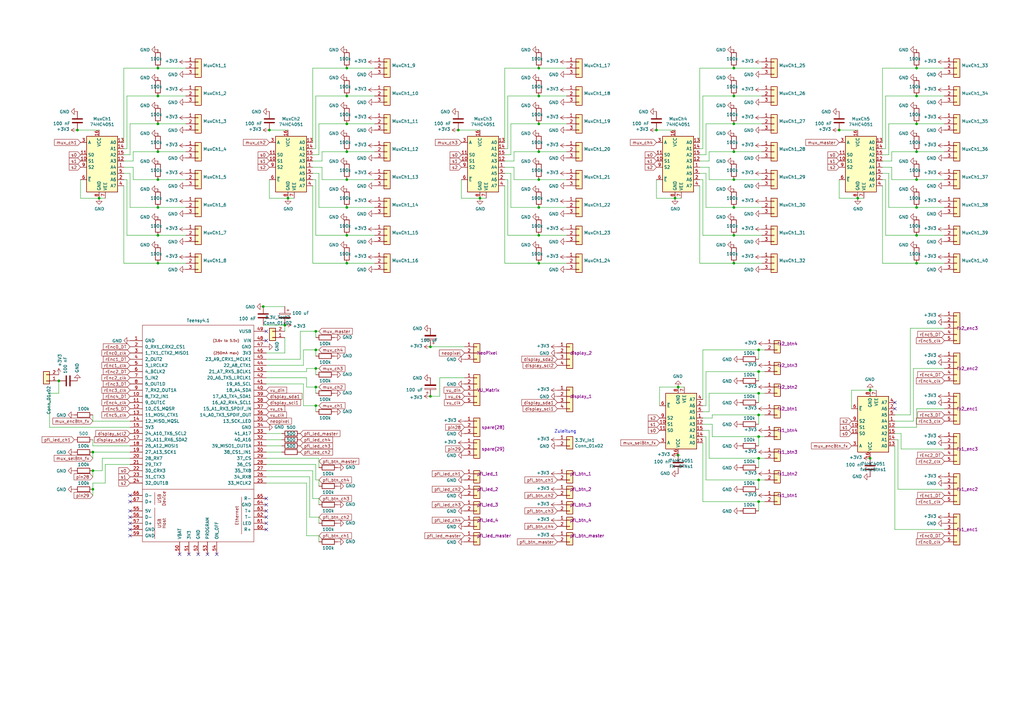
<source format=kicad_sch>
(kicad_sch (version 20211123) (generator eeschema)
  (paper "A3")
  (title_block (title "A³ Mix - Mainboard") (date "2021-08-04") (rev "v.0.2") (company "A3 Audio UG (haftungsbeschränkt)") (comment 3 "https://github.com/a3-audio/a3-hardware") (comment 4 "Licensed under CERN-OHL-S v2 or later"))
  (junction (at 116.84 133.35))
  (junction (at 129.54 143.51))
  (junction (at 64.77 85.09))
  (junction (at 375.92 96.52))
  (junction (at 375.92 85.09))
  (junction (at 64.77 62.23))
  (junction (at 64.77 27.94))
  (junction (at 196.85 81.28))
  (junction (at 311.15 161.29))
  (junction (at 300.99 107.95))
  (junction (at 64.77 50.8))
  (junction (at 142.24 50.8))
  (junction (at 129.54 158.75))
  (junction (at 107.95 125.73))
  (junction (at 300.99 27.94))
  (junction (at 311.15 187.96))
  (junction (at 220.98 62.23))
  (junction (at 38.1 185.42))
  (junction (at 278.13 158.75))
  (junction (at 129.54 166.37))
  (junction (at 356.87 160.02))
  (junction (at 375.92 62.23))
  (junction (at 142.24 39.37))
  (junction (at 24.13 156.21))
  (junction (at 311.15 152.4))
  (junction (at 176.53 142.24))
  (junction (at 129.54 135.89))
  (junction (at 142.24 85.09))
  (junction (at 300.99 62.23))
  (junction (at 311.15 179.07))
  (junction (at 176.53 162.56))
  (junction (at 142.24 27.94))
  (junction (at 311.15 170.18))
  (junction (at 220.98 96.52))
  (junction (at 375.92 73.66))
  (junction (at 220.98 27.94))
  (junction (at 300.99 85.09))
  (junction (at 31.75 53.34))
  (junction (at 300.99 96.52))
  (junction (at 129.54 151.13))
  (junction (at 300.99 50.8))
  (junction (at 356.87 187.96))
  (junction (at 375.92 27.94))
  (junction (at 311.15 196.85))
  (junction (at 142.24 62.23))
  (junction (at 187.96 53.34))
  (junction (at 300.99 39.37))
  (junction (at 276.86 81.28))
  (junction (at 142.24 107.95))
  (junction (at 142.24 96.52))
  (junction (at 300.99 73.66))
  (junction (at 375.92 107.95))
  (junction (at 64.77 107.95))
  (junction (at 344.17 53.34))
  (junction (at 311.15 205.74))
  (junction (at 220.98 50.8))
  (junction (at 220.98 73.66))
  (junction (at 220.98 85.09))
  (junction (at 118.11 81.28))
  (junction (at 64.77 96.52))
  (junction (at 375.92 39.37))
  (junction (at 220.98 107.95))
  (junction (at 351.79 81.28))
  (junction (at 110.49 53.34))
  (junction (at 38.1 200.66))
  (junction (at 311.15 143.51))
  (junction (at 142.24 73.66))
  (junction (at 269.24 53.34))
  (junction (at 220.98 39.37))
  (junction (at 40.64 81.28))
  (junction (at 278.13 186.69))
  (junction (at 38.1 193.04))
  (junction (at 64.77 73.66))
  (junction (at 64.77 39.37))
  (junction (at 375.92 50.8))
  (no_connect (at 109.22 209.55))
  (no_connect (at 85.09 227.33))
  (no_connect (at 53.34 212.09))
  (no_connect (at 53.34 214.63))
  (no_connect (at 109.22 204.47))
  (no_connect (at 88.9 227.33))
  (no_connect (at 77.47 227.33))
  (no_connect (at 109.22 207.01))
  (no_connect (at 109.22 135.89))
  (no_connect (at 109.22 212.09))
  (no_connect (at 53.34 205.74))
  (no_connect (at 109.22 139.7))
  (no_connect (at 367.03 167.64))
  (no_connect (at 53.34 219.71))
  (no_connect (at 53.34 203.2))
  (no_connect (at 81.28 227.33))
  (no_connect (at 367.03 165.1))
  (no_connect (at 109.22 214.63))
  (no_connect (at 53.34 217.17))
  (no_connect (at 109.22 217.17))
  (no_connect (at 53.34 209.55))
  (no_connect (at 73.66 227.33))
  (wire (pts (xy 142.24 62.23) (xy 153.67 62.23)))
  (wire (pts (xy 209.55 85.09) (xy 220.98 85.09)))
  (wire (pts (xy 287.02 107.95) (xy 287.02 76.2)))
  (wire (pts (xy 130.81 207.01) (xy 130.81 204.47)))
  (wire (pts (xy 53.34 71.12) (xy 50.8 71.12)))
  (wire (pts (xy 311.15 187.96) (xy 290.83 187.96)))
  (wire (pts (xy 311.15 156.21) (xy 311.15 152.4)))
  (wire (pts (xy 129.54 73.66) (xy 128.27 73.66)))
  (wire (pts (xy 365.76 66.04) (xy 361.95 66.04)))
  (wire (pts (xy 289.56 196.85) (xy 311.15 196.85)))
  (wire (pts (xy 351.79 81.28) (xy 344.17 81.28)))
  (wire (pts (xy 142.24 96.52) (xy 153.67 96.52)))
  (wire (pts (xy 208.28 96.52) (xy 208.28 73.66)))
  (wire (pts (xy 300.99 27.94) (xy 312.42 27.94)))
  (wire (pts (xy 142.24 39.37) (xy 153.67 39.37)))
  (wire (pts (xy 292.1 179.07) (xy 311.15 179.07)))
  (wire (pts (xy 363.22 60.96) (xy 361.95 60.96)))
  (wire (pts (xy 20.32 161.29) (xy 20.32 175.26)))
  (wire (pts (xy 54.61 68.58) (xy 50.8 68.58)))
  (wire (pts (xy 289.56 85.09) (xy 300.99 85.09)))
  (wire (pts (xy 368.3 180.34) (xy 367.03 180.34)))
  (wire (pts (xy 116.84 133.35) (xy 116.84 135.89)))
  (wire (pts (xy 344.17 53.34) (xy 351.79 53.34)))
  (wire (pts (xy 52.07 39.37) (xy 64.77 39.37)))
  (wire (pts (xy 129.54 168.91) (xy 129.54 166.37)))
  (wire (pts (xy 142.24 107.95) (xy 153.67 107.95)))
  (wire (pts (xy 127 195.58) (xy 127 212.09)))
  (wire (pts (xy 290.83 73.66) (xy 290.83 68.58)))
  (wire (pts (xy 130.81 135.89) (xy 129.54 135.89)))
  (wire (pts (xy 128.27 107.95) (xy 142.24 107.95)))
  (wire (pts (xy 292.1 171.45) (xy 288.29 171.45)))
  (wire (pts (xy 132.08 73.66) (xy 132.08 68.58)))
  (wire (pts (xy 54.61 73.66) (xy 54.61 68.58)))
  (wire (pts (xy 363.22 73.66) (xy 361.95 73.66)))
  (wire (pts (xy 300.99 39.37) (xy 312.42 39.37)))
  (wire (pts (xy 375.92 85.09) (xy 387.35 85.09)))
  (wire (pts (xy 375.92 27.94) (xy 361.95 27.94)))
  (wire (pts (xy 129.54 60.96) (xy 128.27 60.96)))
  (wire (pts (xy 364.49 63.5) (xy 364.49 50.8)))
  (wire (pts (xy 50.8 107.95) (xy 64.77 107.95)))
  (wire (pts (xy 50.8 107.95) (xy 50.8 76.2)))
  (wire (pts (xy 33.02 81.28) (xy 33.02 73.66)))
  (wire (pts (xy 373.38 170.18) (xy 373.38 134.62)))
  (wire (pts (xy 349.25 160.02) (xy 356.87 160.02)))
  (wire (pts (xy 375.92 50.8) (xy 364.49 50.8)))
  (wire (pts (xy 208.28 60.96) (xy 207.01 60.96)))
  (wire (pts (xy 300.99 50.8) (xy 312.42 50.8)))
  (wire (pts (xy 124.46 157.48) (xy 109.22 157.48)))
  (wire (pts (xy 288.29 39.37) (xy 288.29 60.96)))
  (wire (pts (xy 290.83 62.23) (xy 300.99 62.23)))
  (wire (pts (xy 288.29 205.74) (xy 288.29 181.61)))
  (wire (pts (xy 142.24 27.94) (xy 128.27 27.94)))
  (wire (pts (xy 142.24 73.66) (xy 153.67 73.66)))
  (wire (pts (xy 130.81 212.09) (xy 130.81 214.63)))
  (wire (pts (xy 116.84 138.43) (xy 116.84 144.78)))
  (wire (pts (xy 50.8 63.5) (xy 53.34 63.5)))
  (wire (pts (xy 375.92 73.66) (xy 365.76 73.66)))
  (wire (pts (xy 190.5 154.94) (xy 180.34 154.94)))
  (wire (pts (xy 276.86 81.28) (xy 269.24 81.28)))
  (wire (pts (xy 375.92 50.8) (xy 387.35 50.8)))
  (wire (pts (xy 363.22 96.52) (xy 363.22 73.66)))
  (wire (pts (xy 220.98 27.94) (xy 207.01 27.94)))
  (wire (pts (xy 43.18 81.28) (xy 40.64 81.28)))
  (wire (pts (xy 125.73 158.75) (xy 129.54 158.75)))
  (wire (pts (xy 300.99 73.66) (xy 312.42 73.66)))
  (wire (pts (xy 120.65 81.28) (xy 118.11 81.28)))
  (wire (pts (xy 270.51 158.75) (xy 278.13 158.75)))
  (wire (pts (xy 129.54 190.5) (xy 129.54 196.85)))
  (wire (pts (xy 132.08 66.04) (xy 128.27 66.04)))
  (wire (pts (xy 364.49 85.09) (xy 375.92 85.09)))
  (wire (pts (xy 125.73 198.12) (xy 109.22 198.12)))
  (wire (pts (xy 130.81 63.5) (xy 130.81 50.8)))
  (wire (pts (xy 364.49 85.09) (xy 364.49 71.12)))
  (wire (pts (xy 130.81 204.47) (xy 128.27 204.47)))
  (wire (pts (xy 374.65 172.72) (xy 374.65 151.13)))
  (wire (pts (xy 116.84 144.78) (xy 109.22 144.78)))
  (wire (pts (xy 129.54 153.67) (xy 129.54 151.13)))
  (wire (pts (xy 210.82 62.23) (xy 220.98 62.23)))
  (wire (pts (xy 110.49 81.28) (xy 110.49 73.66)))
  (wire (pts (xy 53.34 185.42) (xy 38.1 185.42)))
  (wire (pts (xy 313.69 152.4) (xy 311.15 152.4)))
  (wire (pts (xy 364.49 71.12) (xy 361.95 71.12)))
  (wire (pts (xy 361.95 27.94) (xy 361.95 58.42)))
  (wire (pts (xy 64.77 85.09) (xy 76.2 85.09)))
  (wire (pts (xy 278.13 158.75) (xy 280.67 158.75)))
  (wire (pts (xy 288.29 73.66) (xy 287.02 73.66)))
  (wire (pts (xy 311.15 205.74) (xy 288.29 205.74)))
  (wire (pts (xy 311.15 147.32) (xy 311.15 143.51)))
  (wire (pts (xy 118.11 81.28) (xy 110.49 81.28)))
  (wire (pts (xy 374.65 151.13) (xy 387.35 151.13)))
  (wire (pts (xy 130.81 187.96) (xy 130.81 191.77)))
  (wire (pts (xy 64.77 27.94) (xy 50.8 27.94)))
  (wire (pts (xy 142.24 85.09) (xy 153.67 85.09)))
  (wire (pts (xy 300.99 27.94) (xy 287.02 27.94)))
  (wire (pts (xy 124.46 149.86) (xy 124.46 143.51)))
  (wire (pts (xy 311.15 191.77) (xy 311.15 187.96)))
  (wire (pts (xy 300.99 96.52) (xy 312.42 96.52)))
  (wire (pts (xy 118.11 53.34) (xy 110.49 53.34)))
  (wire (pts (xy 109.22 195.58) (xy 127 195.58)))
  (wire (pts (xy 375.92 39.37) (xy 387.35 39.37)))
  (wire (pts (xy 125.73 154.94) (xy 125.73 158.75)))
  (wire (pts (xy 24.13 156.21) (xy 24.13 161.29)))
  (wire (pts (xy 132.08 62.23) (xy 142.24 62.23)))
  (wire (pts (xy 64.77 96.52) (xy 76.2 96.52)))
  (wire (pts (xy 375.92 27.94) (xy 387.35 27.94)))
  (wire (pts (xy 363.22 39.37) (xy 375.92 39.37)))
  (wire (pts (xy 41.91 193.04) (xy 38.1 193.04)))
  (wire (pts (xy 289.56 63.5) (xy 289.56 50.8)))
  (wire (pts (xy 361.95 107.95) (xy 375.92 107.95)))
  (wire (pts (xy 300.99 96.52) (xy 288.29 96.52)))
  (wire (pts (xy 290.83 187.96) (xy 290.83 176.53)))
  (wire (pts (xy 130.81 196.85) (xy 130.81 199.39)))
  (wire (pts (xy 207.01 63.5) (xy 209.55 63.5)))
  (wire (pts (xy 109.22 149.86) (xy 124.46 149.86)))
  (wire (pts (xy 125.73 219.71) (xy 125.73 198.12)))
  (wire (pts (xy 311.15 165.1) (xy 311.15 161.29)))
  (wire (pts (xy 40.64 81.28) (xy 33.02 81.28)))
  (wire (pts (xy 313.69 187.96) (xy 311.15 187.96)))
  (wire (pts (xy 207.01 107.95) (xy 207.01 76.2)))
  (wire (pts (xy 289.56 179.07) (xy 289.56 196.85)))
  (wire (pts (xy 129.54 146.05) (xy 129.54 143.51)))
  (wire (pts (xy 367.03 182.88) (xy 367.03 217.17)))
  (wire (pts (xy 290.83 168.91) (xy 290.83 161.29)))
  (wire (pts (xy 199.39 81.28) (xy 196.85 81.28)))
  (wire (pts (xy 220.98 107.95) (xy 232.41 107.95)))
  (wire (pts (xy 220.98 50.8) (xy 232.41 50.8)))
  (wire (pts (xy 53.34 63.5) (xy 53.34 50.8)))
  (wire (pts (xy 50.8 27.94) (xy 50.8 58.42)))
  (wire (pts (xy 290.83 176.53) (xy 288.29 176.53)))
  (wire (pts (xy 128.27 204.47) (xy 128.27 193.04)))
  (wire (pts (xy 130.81 151.13) (xy 129.54 151.13)))
  (wire (pts (xy 375.92 96.52) (xy 387.35 96.52)))
  (wire (pts (xy 367.03 170.18) (xy 373.38 170.18)))
  (wire (pts (xy 387.35 167.64) (xy 375.92 167.64)))
  (wire (pts (xy 270.51 166.37) (xy 270.51 158.75)))
  (wire (pts (xy 130.81 219.71) (xy 125.73 219.71)))
  (wire (pts (xy 287.02 63.5) (xy 289.56 63.5)))
  (wire (pts (xy 313.69 143.51) (xy 311.15 143.51)))
  (wire (pts (xy 387.35 200.66) (xy 368.3 200.66)))
  (wire (pts (xy 220.98 50.8) (xy 209.55 50.8)))
  (wire (pts (xy 220.98 73.66) (xy 232.41 73.66)))
  (wire (pts (xy 142.24 73.66) (xy 132.08 73.66)))
  (wire (pts (xy 64.77 96.52) (xy 52.07 96.52)))
  (wire (pts (xy 311.15 200.66) (xy 311.15 196.85)))
  (wire (pts (xy 220.98 27.94) (xy 232.41 27.94)))
  (wire (pts (xy 189.23 81.28) (xy 189.23 73.66)))
  (wire (pts (xy 129.54 39.37) (xy 129.54 60.96)))
  (wire (pts (xy 349.25 167.64) (xy 349.25 160.02)))
  (wire (pts (xy 311.15 152.4) (xy 289.56 152.4)))
  (wire (pts (xy 109.22 154.94) (xy 125.73 154.94)))
  (wire (pts (xy 311.15 170.18) (xy 292.1 170.18)))
  (wire (pts (xy 300.99 62.23) (xy 312.42 62.23)))
  (wire (pts (xy 311.15 161.29) (xy 313.69 161.29)))
  (wire (pts (xy 64.77 62.23) (xy 76.2 62.23)))
  (wire (pts (xy 107.95 133.35) (xy 116.84 133.35)))
  (wire (pts (xy 142.24 50.8) (xy 130.81 50.8)))
  (wire (pts (xy 52.07 73.66) (xy 50.8 73.66)))
  (wire (pts (xy 109.22 185.42) (xy 115.57 185.42)))
  (wire (pts (xy 363.22 39.37) (xy 363.22 60.96)))
  (wire (pts (xy 123.19 147.32) (xy 109.22 147.32)))
  (wire (pts (xy 64.77 73.66) (xy 76.2 73.66)))
  (wire (pts (xy 196.85 81.28) (xy 189.23 81.28)))
  (wire (pts (xy 220.98 62.23) (xy 232.41 62.23)))
  (wire (pts (xy 208.28 39.37) (xy 220.98 39.37)))
  (wire (pts (xy 369.57 184.15) (xy 387.35 184.15)))
  (wire (pts (xy 367.03 177.8) (xy 369.57 177.8)))
  (wire (pts (xy 124.46 143.51) (xy 129.54 143.51)))
  (wire (pts (xy 196.85 53.34) (xy 187.96 53.34)))
  (wire (pts (xy 375.92 175.26) (xy 367.03 175.26)))
  (wire (pts (xy 220.98 96.52) (xy 208.28 96.52)))
  (wire (pts (xy 54.61 62.23) (xy 64.77 62.23)))
  (wire (pts (xy 311.15 173.99) (xy 311.15 170.18)))
  (wire (pts (xy 365.76 62.23) (xy 375.92 62.23)))
  (wire (pts (xy 207.01 27.94) (xy 207.01 58.42)))
  (wire (pts (xy 53.34 175.26) (xy 20.32 175.26)))
  (wire (pts (xy 52.07 96.52) (xy 52.07 73.66)))
  (wire (pts (xy 279.4 81.28) (xy 276.86 81.28)))
  (wire (pts (xy 24.13 161.29) (xy 20.32 161.29)))
  (wire (pts (xy 290.83 68.58) (xy 287.02 68.58)))
  (wire (pts (xy 54.61 62.23) (xy 54.61 66.04)))
  (wire (pts (xy 38.1 172.72) (xy 38.1 170.18)))
  (wire (pts (xy 288.29 166.37) (xy 289.56 166.37)))
  (wire (pts (xy 210.82 68.58) (xy 207.01 68.58)))
  (wire (pts (xy 125.73 151.13) (xy 125.73 152.4)))
  (wire (pts (xy 116.84 125.73) (xy 107.95 125.73)))
  (wire (pts (xy 130.81 222.25) (xy 130.81 219.71)))
  (wire (pts (xy 300.99 85.09) (xy 312.42 85.09)))
  (wire (pts (xy 38.1 187.96) (xy 38.1 185.42)))
  (wire (pts (xy 220.98 39.37) (xy 232.41 39.37)))
  (wire (pts (xy 290.83 66.04) (xy 287.02 66.04)))
  (wire (pts (xy 64.77 39.37) (xy 76.2 39.37)))
  (wire (pts (xy 210.82 73.66) (xy 210.82 68.58)))
  (wire (pts (xy 52.07 39.37) (xy 52.07 60.96)))
  (wire (pts (xy 375.92 167.64) (xy 375.92 175.26)))
  (wire (pts (xy 176.53 142.24) (xy 190.5 142.24)))
  (wire (pts (xy 142.24 96.52) (xy 129.54 96.52)))
  (wire (pts (xy 38.1 198.12) (xy 38.1 200.66)))
  (wire (pts (xy 53.34 182.88) (xy 38.1 182.88)))
  (wire (pts (xy 130.81 85.09) (xy 130.81 71.12)))
  (wire (pts (xy 130.81 71.12) (xy 128.27 71.12)))
  (wire (pts (xy 375.92 107.95) (xy 387.35 107.95)))
  (wire (pts (xy 128.27 107.95) (xy 128.27 76.2)))
  (wire (pts (xy 292.1 173.99) (xy 292.1 179.07)))
  (wire (pts (xy 127 212.09) (xy 130.81 212.09)))
  (wire (pts (xy 365.76 68.58) (xy 361.95 68.58)))
  (wire (pts (xy 300.99 107.95) (xy 312.42 107.95)))
  (wire (pts (xy 311.15 179.07) (xy 313.69 179.07)))
  (wire (pts (xy 288.29 168.91) (xy 290.83 168.91)))
  (wire (pts (xy 269.24 81.28) (xy 269.24 73.66)))
  (wire (pts (xy 128.27 193.04) (xy 109.22 193.04)))
  (wire (pts (xy 344.17 81.28) (xy 344.17 73.66)))
  (wire (pts (xy 369.57 177.8) (xy 369.57 184.15)))
  (wire (pts (xy 375.92 62.23) (xy 387.35 62.23)))
  (wire (pts (xy 180.34 162.56) (xy 180.34 154.94)))
  (wire (pts (xy 132.08 68.58) (xy 128.27 68.58)))
  (wire (pts (xy 142.24 27.94) (xy 153.67 27.94)))
  (wire (pts (xy 43.18 190.5) (xy 43.18 198.12)))
  (wire (pts (xy 115.57 182.88) (xy 109.22 182.88)))
  (wire (pts (xy 300.99 73.66) (xy 290.83 73.66)))
  (wire (pts (xy 123.19 135.89) (xy 123.19 147.32)))
  (wire (pts (xy 290.83 161.29) (xy 311.15 161.29)))
  (wire (pts (xy 129.54 151.13) (xy 125.73 151.13)))
  (wire (pts (xy 354.33 81.28) (xy 351.79 81.28)))
  (wire (pts (xy 129.54 39.37) (xy 142.24 39.37)))
  (wire (pts (xy 208.28 39.37) (xy 208.28 60.96)))
  (wire (pts (xy 207.01 107.95) (xy 220.98 107.95)))
  (wire (pts (xy 288.29 173.99) (xy 292.1 173.99)))
  (wire (pts (xy 287.02 107.95) (xy 300.99 107.95)))
  (wire (pts (xy 64.77 27.94) (xy 76.2 27.94)))
  (wire (pts (xy 129.54 138.43) (xy 129.54 135.89)))
  (wire (pts (xy 269.24 53.34) (xy 276.86 53.34)))
  (wire (pts (xy 64.77 50.8) (xy 76.2 50.8)))
  (wire (pts (xy 220.98 85.09) (xy 232.41 85.09)))
  (wire (pts (xy 38.1 198.12) (xy 43.18 198.12)))
  (wire (pts (xy 38.1 195.58) (xy 38.1 193.04)))
  (wire (pts (xy 311.15 182.88) (xy 311.15 179.07)))
  (wire (pts (xy 365.76 73.66) (xy 365.76 68.58)))
  (wire (pts (xy 109.22 190.5) (xy 129.54 190.5)))
  (wire (pts (xy 209.55 71.12) (xy 207.01 71.12)))
  (wire (pts (xy 289.56 71.12) (xy 287.02 71.12)))
  (wire (pts (xy 210.82 62.23) (xy 210.82 66.04)))
  (wire (pts (xy 52.07 60.96) (xy 50.8 60.96)))
  (wire (pts (xy 367.03 217.17) (xy 387.35 217.17)))
  (wire (pts (xy 368.3 200.66) (xy 368.3 180.34)))
  (wire (pts (xy 287.02 27.94) (xy 287.02 58.42)))
  (wire (pts (xy 209.55 85.09) (xy 209.55 71.12)))
  (wire (pts (xy 64.77 73.66) (xy 54.61 73.66)))
  (wire (pts (xy 288.29 143.51) (xy 288.29 163.83)))
  (wire (pts (xy 41.91 187.96) (xy 41.91 193.04)))
  (wire (pts (xy 129.54 158.75) (xy 130.81 158.75)))
  (wire (pts (xy 53.34 172.72) (xy 38.1 172.72)))
  (wire (pts (xy 43.18 190.5) (xy 53.34 190.5)))
  (wire (pts (xy 130.81 187.96) (xy 109.22 187.96)))
  (wire (pts (xy 129.54 96.52) (xy 129.54 73.66)))
  (wire (pts (xy 313.69 205.74) (xy 311.15 205.74)))
  (wire (pts (xy 365.76 62.23) (xy 365.76 66.04)))
  (wire (pts (xy 289.56 166.37) (xy 289.56 152.4)))
  (wire (pts (xy 288.29 39.37) (xy 300.99 39.37)))
  (wire (pts (xy 64.77 50.8) (xy 53.34 50.8)))
  (wire (pts (xy 132.08 62.23) (xy 132.08 66.04)))
  (wire (pts (xy 288.29 60.96) (xy 287.02 60.96)))
  (wire (pts (xy 129.54 161.29) (xy 129.54 158.75)))
  (wire (pts (xy 54.61 66.04) (xy 50.8 66.04)))
  (wire (pts (xy 176.53 162.56) (xy 180.34 162.56)))
  (wire (pts (xy 38.1 182.88) (xy 38.1 180.34)))
  (wire (pts (xy 53.34 85.09) (xy 53.34 71.12)))
  (wire (pts (xy 115.57 177.8) (xy 109.22 177.8)))
  (wire (pts (xy 129.54 166.37) (xy 130.81 166.37)))
  (wire (pts (xy 129.54 196.85) (xy 130.81 196.85)))
  (wire (pts (xy 128.27 27.94) (xy 128.27 58.42)))
  (wire (pts (xy 375.92 96.52) (xy 363.22 96.52)))
  (wire (pts (xy 289.56 85.09) (xy 289.56 71.12)))
  (wire (pts (xy 142.24 50.8) (xy 153.67 50.8)))
  (wire (pts (xy 361.95 63.5) (xy 364.49 63.5)))
  (wire (pts (xy 109.22 180.34) (xy 115.57 180.34)))
  (wire (pts (xy 356.87 160.02) (xy 359.41 160.02)))
  (wire (pts (xy 361.95 107.95) (xy 361.95 76.2)))
  (wire (pts (xy 290.83 62.23) (xy 290.83 66.04)))
  (wire (pts (xy 313.69 170.18) (xy 311.15 170.18)))
  (wire (pts (xy 220.98 96.52) (xy 232.41 96.52)))
  (wire (pts (xy 220.98 73.66) (xy 210.82 73.66)))
  (wire (pts (xy 292.1 170.18) (xy 292.1 171.45)))
  (wire (pts (xy 129.54 135.89) (xy 123.19 135.89)))
  (wire (pts (xy 373.38 134.62) (xy 387.35 134.62)))
  (wire (pts (xy 311.15 196.85) (xy 313.69 196.85)))
  (wire (pts (xy 288.29 96.52) (xy 288.29 73.66)))
  (wire (pts (xy 129.54 143.51) (xy 130.81 143.51)))
  (wire (pts (xy 130.81 85.09) (xy 142.24 85.09)))
  (wire (pts (xy 124.46 166.37) (xy 124.46 157.48)))
  (wire (pts (xy 53.34 187.96) (xy 41.91 187.96)))
  (wire (pts (xy 125.73 152.4) (xy 109.22 152.4)))
  (wire (pts (xy 40.64 53.34) (xy 31.75 53.34)))
  (wire (pts (xy 367.03 172.72) (xy 374.65 172.72)))
  (wire (pts (xy 64.77 107.95) (xy 76.2 107.95)))
  (wire (pts (xy 129.54 166.37) (xy 124.46 166.37)))
  (wire (pts (xy 38.1 200.66) (xy 38.1 203.2)))
  (wire (pts (xy 128.27 63.5) (xy 130.81 63.5)))
  (wire (pts (xy 53.34 85.09) (xy 64.77 85.09)))
  (wire (pts (xy 209.55 63.5) (xy 209.55 50.8)))
  (wire (pts (xy 208.28 73.66) (xy 207.01 73.66)))
  (wire (pts (xy 311.15 209.55) (xy 311.15 205.74)))
  (wire (pts (xy 375.92 73.66) (xy 387.35 73.66)))
  (wire (pts (xy 300.99 50.8) (xy 289.56 50.8)))
  (wire (pts (xy 210.82 66.04) (xy 207.01 66.04)))
  (wire (pts (xy 311.15 143.51) (xy 288.29 143.51)))
  (wire (pts (xy 288.29 179.07) (xy 289.56 179.07)))
  (text "Zuleitung" (at 227.33 177.8 0) (effects (font (size 1.27 1.27)) (justify left bottom)))
  (global_label "display_scl1" (shape input) (at 109.22 165.1 0) (property "Intersheet References" "${INTERSHEET_REFS}" (effects hide)))
  (global_label "rEnc5_clk" (shape input) (at 53.34 170.18 180) (property "Intersheet References" "${INTERSHEET_REFS}" (effects hide)))
  (global_label "rEnc0_clk" (shape input) (at 387.35 222.25 180) (property "Intersheet References" "${INTERSHEET_REFS}" (effects hide)))
  (global_label "s1" (shape input) (at 344.17 66.04 180) (property "Intersheet References" "${INTERSHEET_REFS}" (effects hide)))
  (global_label "s1" (shape input) (at 270.51 173.99 180) (property "Intersheet References" "${INTERSHEET_REFS}" (effects hide)))
  (global_label "vu_clk" (shape input) (at 190.5 165.1 180) (property "Intersheet References" "${INTERSHEET_REFS}" (effects hide)))
  (global_label "display_sda2" (shape input) (at 228.6 147.32 180) (property "Intersheet References" "${INTERSHEET_REFS}" (effects hide)))
  (global_label "rEnc3_DT" (shape input) (at 53.34 157.48 180) (property "Intersheet References" "${INTERSHEET_REFS}" (effects hide)))
  (global_label "mux_ch4" (shape input) (at 269.24 58.42 180) (property "Intersheet References" "${INTERSHEET_REFS}" (effects hide)))
  (global_label "display_sda1" (shape input) (at 109.22 162.56 0) (property "Intersheet References" "${INTERSHEET_REFS}" (effects hide)))
  (global_label "pin29" (shape input) (at 190.5 184.15 180) (property "Intersheet References" "${INTERSHEET_REFS}" (effects hide)))
  (global_label "s1" (shape input) (at 110.49 66.04 180) (property "Intersheet References" "${INTERSHEET_REFS}" (effects hide)))
  (global_label "display_sda1" (shape input) (at 228.6 165.1 180) (property "Intersheet References" "${INTERSHEET_REFS}" (effects hide)))
  (global_label "display_scl2" (shape input) (at 53.34 177.8 180) (property "Intersheet References" "${INTERSHEET_REFS}" (effects hide)))
  (global_label "pfl_btn_ch1" (shape input) (at 228.6 196.85 180) (property "Intersheet References" "${INTERSHEET_REFS}" (effects hide)))
  (global_label "vu_cs" (shape input) (at 190.5 162.56 180) (property "Intersheet References" "${INTERSHEET_REFS}" (effects hide)))
  (global_label "pfl_btn_ch3" (shape input) (at 130.81 204.47 0) (property "Intersheet References" "${INTERSHEET_REFS}" (effects hide)))
  (global_label "mux_ch1" (shape input) (at 130.81 166.37 0) (property "Intersheet References" "${INTERSHEET_REFS}" (effects hide)))
  (global_label "pfl_btn_ch4" (shape input) (at 130.81 196.85 0) (property "Intersheet References" "${INTERSHEET_REFS}" (effects hide)))
  (global_label "s1" (shape input) (at 33.02 66.04 180) (property "Intersheet References" "${INTERSHEET_REFS}" (effects hide)))
  (global_label "rEnc0_DT" (shape input) (at 53.34 142.24 180) (property "Intersheet References" "${INTERSHEET_REFS}" (effects hide)))
  (global_label "pfl_led_master" (shape input) (at 190.5 219.71 180) (property "Intersheet References" "${INTERSHEET_REFS}" (effects hide)))
  (global_label "pfl_btn_ch4" (shape input) (at 228.6 215.9 180) (property "Intersheet References" "${INTERSHEET_REFS}" (effects hide)))
  (global_label "pfl_led_ch4" (shape input) (at 123.19 180.34 0) (property "Intersheet References" "${INTERSHEET_REFS}" (effects hide)))
  (global_label "mux_ch4" (shape input) (at 130.81 143.51 0) (property "Intersheet References" "${INTERSHEET_REFS}" (effects hide)))
  (global_label "mux_ch2" (shape input) (at 110.49 58.42 180) (property "Intersheet References" "${INTERSHEET_REFS}" (effects hide)))
  (global_label "s2" (shape input) (at 110.49 68.58 180) (property "Intersheet References" "${INTERSHEET_REFS}" (effects hide)))
  (global_label "s1" (shape input) (at 269.24 66.04 180) (property "Intersheet References" "${INTERSHEET_REFS}" (effects hide)))
  (global_label "mux_selBtn_fx" (shape input) (at 38.1 187.96 180) (property "Intersheet References" "${INTERSHEET_REFS}" (effects hide)))
  (global_label "pfl_led_ch1" (shape input) (at 30.48 180.34 180) (property "Intersheet References" "${INTERSHEET_REFS}" (effects hide)))
  (global_label "rEnc2_DT" (shape input) (at 387.35 186.69 180) (property "Intersheet References" "${INTERSHEET_REFS}" (effects hide)))
  (global_label "rEnc2_clk" (shape input) (at 387.35 189.23 180) (property "Intersheet References" "${INTERSHEET_REFS}" (effects hide)))
  (global_label "pfl_led_ch2" (shape input) (at 123.19 185.42 0) (property "Intersheet References" "${INTERSHEET_REFS}" (effects hide)))
  (global_label "s1" (shape input) (at 53.34 195.58 180) (property "Intersheet References" "${INTERSHEET_REFS}" (effects hide)))
  (global_label "rEnc3_clk" (shape input) (at 387.35 172.72 180) (property "Intersheet References" "${INTERSHEET_REFS}" (effects hide)))
  (global_label "rEnc0_DT" (shape input) (at 387.35 219.71 180) (property "Intersheet References" "${INTERSHEET_REFS}" (effects hide)))
  (global_label "rEnc4_DT" (shape input) (at 53.34 162.56 180) (property "Intersheet References" "${INTERSHEET_REFS}" (effects hide)))
  (global_label "neopixel" (shape input) (at 109.22 172.72 0) (property "Intersheet References" "${INTERSHEET_REFS}" (effects hide)))
  (global_label "vu_clk" (shape input) (at 109.22 170.18 0) (property "Intersheet References" "${INTERSHEET_REFS}" (effects hide)))
  (global_label "pfl_led_ch1" (shape input) (at 190.5 194.31 180) (property "Intersheet References" "${INTERSHEET_REFS}" (effects hide)))
  (global_label "vu_din" (shape input) (at 109.22 160.02 0) (property "Intersheet References" "${INTERSHEET_REFS}" (effects hide)))
  (global_label "mux_encBtn_fx" (shape input) (at 38.1 172.72 180) (property "Intersheet References" "${INTERSHEET_REFS}" (effects hide)))
  (global_label "pfl_btn_ch1" (shape input) (at 130.81 219.71 0) (property "Intersheet References" "${INTERSHEET_REFS}" (effects hide)))
  (global_label "s0" (shape input) (at 344.17 63.5 180) (property "Intersheet References" "${INTERSHEET_REFS}" (effects hide)))
  (global_label "pfl_btn_ch2" (shape input) (at 228.6 203.2 180) (property "Intersheet References" "${INTERSHEET_REFS}" (effects hide)))
  (global_label "mux_ch3" (shape input) (at 189.23 58.42 180) (property "Intersheet References" "${INTERSHEET_REFS}" (effects hide)))
  (global_label "pfl_btn_ch2" (shape input) (at 130.81 212.09 0) (property "Intersheet References" "${INTERSHEET_REFS}" (effects hide)))
  (global_label "s2" (shape input) (at 269.24 68.58 180) (property "Intersheet References" "${INTERSHEET_REFS}" (effects hide)))
  (global_label "s2" (shape input) (at 344.17 68.58 180) (property "Intersheet References" "${INTERSHEET_REFS}" (effects hide)))
  (global_label "display_sda2" (shape input) (at 53.34 180.34 180) (property "Intersheet References" "${INTERSHEET_REFS}" (effects hide)))
  (global_label "pfl_btn_ch3" (shape input) (at 228.6 209.55 180) (property "Intersheet References" "${INTERSHEET_REFS}" (effects hide)))
  (global_label "rEnc1_clk" (shape input) (at 53.34 149.86 180) (property "Intersheet References" "${INTERSHEET_REFS}" (effects hide)))
  (global_label "rEnc5_clk" (shape input) (at 387.35 139.7 180) (property "Intersheet References" "${INTERSHEET_REFS}" (effects hide)))
  (global_label "rEnc2_clk" (shape input) (at 53.34 154.94 180) (property "Intersheet References" "${INTERSHEET_REFS}" (effects hide)))
  (global_label "s0" (shape input) (at 269.24 63.5 180) (property "Intersheet References" "${INTERSHEET_REFS}" (effects hide)))
  (global_label "rEnc3_clk" (shape input) (at 53.34 160.02 180) (property "Intersheet References" "${INTERSHEET_REFS}" (effects hide)))
  (global_label "s2" (shape input) (at 53.34 198.12 180) (property "Intersheet References" "${INTERSHEET_REFS}" (effects hide)))
  (global_label "mux_ch3" (shape input) (at 130.81 151.13 0) (property "Intersheet References" "${INTERSHEET_REFS}" (effects hide)))
  (global_label "rEnc1_DT" (shape input) (at 53.34 147.32 180) (property "Intersheet References" "${INTERSHEET_REFS}" (effects hide)))
  (global_label "pfl_led_master" (shape input) (at 123.19 177.8 0) (property "Intersheet References" "${INTERSHEET_REFS}" (effects hide)))
  (global_label "vu_din" (shape input) (at 190.5 160.02 180) (property "Intersheet References" "${INTERSHEET_REFS}" (effects hide)))
  (global_label "pin28" (shape input) (at 190.5 175.26 180) (property "Intersheet References" "${INTERSHEET_REFS}" (effects hide)))
  (global_label "mux_ch2" (shape input) (at 130.81 158.75 0) (property "Intersheet References" "${INTERSHEET_REFS}" (effects hide)))
  (global_label "s0" (shape input) (at 53.34 193.04 180) (property "Intersheet References" "${INTERSHEET_REFS}" (effects hide)))
  (global_label "display_scl2" (shape input) (at 228.6 149.86 180) (property "Intersheet References" "${INTERSHEET_REFS}" (effects hide)))
  (global_label "rEnc5_DT" (shape input) (at 387.35 137.16 180) (property "Intersheet References" "${INTERSHEET_REFS}" (effects hide)))
  (global_label "mux_selBtn_fx" (shape input) (at 270.51 181.61 180) (property "Intersheet References" "${INTERSHEET_REFS}" (effects hide)))
  (global_label "s2" (shape input) (at 349.25 172.72 180) (property "Intersheet References" "${INTERSHEET_REFS}" (effects hide)))
  (global_label "s2" (shape input) (at 270.51 171.45 180) (property "Intersheet References" "${INTERSHEET_REFS}" (effects hide)))
  (global_label "s0" (shape input) (at 349.25 177.8 180) (property "Intersheet References" "${INTERSHEET_REFS}" (effects hide)))
  (global_label "pin29" (shape input) (at 38.1 203.2 180) (property "Intersheet References" "${INTERSHEET_REFS}" (effects hide)))
  (global_label "rEnc2_DT" (shape input) (at 53.34 152.4 180) (property "Intersheet References" "${INTERSHEET_REFS}" (effects hide)))
  (global_label "s0" (shape input) (at 33.02 63.5 180) (property "Intersheet References" "${INTERSHEET_REFS}" (effects hide)))
  (global_label "rEnc3_DT" (shape input) (at 387.35 170.18 180) (property "Intersheet References" "${INTERSHEET_REFS}" (effects hide)))
  (global_label "mux_master" (shape input) (at 130.81 135.89 0) (property "Intersheet References" "${INTERSHEET_REFS}" (effects hide)))
  (global_label "pfl_led_ch3" (shape input) (at 123.19 182.88 0) (property "Intersheet References" "${INTERSHEET_REFS}" (effects hide)))
  (global_label "s1" (shape input) (at 349.25 175.26 180) (property "Intersheet References" "${INTERSHEET_REFS}" (effects hide)))
  (global_label "pfl_btn_master" (shape input) (at 228.6 222.25 180) (property "Intersheet References" "${INTERSHEET_REFS}" (effects hide)))
  (global_label "rEnc4_clk" (shape input) (at 387.35 156.21 180) (property "Intersheet References" "${INTERSHEET_REFS}" (effects hide)))
  (global_label "pfl_btn_master" (shape input) (at 130.81 189.23 0) (property "Intersheet References" "${INTERSHEET_REFS}" (effects hide)))
  (global_label "rEnc1_DT" (shape input) (at 387.35 203.2 180) (property "Intersheet References" "${INTERSHEET_REFS}" (effects hide)))
  (global_label "vu_cs" (shape input) (at 109.22 167.64 0) (property "Intersheet References" "${INTERSHEET_REFS}" (effects hide)))
  (global_label "rEnc4_DT" (shape input) (at 387.35 153.67 180) (property "Intersheet References" "${INTERSHEET_REFS}" (effects hide)))
  (global_label "rEnc0_clk" (shape input) (at 53.34 144.78 180) (property "Intersheet References" "${INTERSHEET_REFS}" (effects hide)))
  (global_label "s2" (shape input) (at 33.02 68.58 180) (property "Intersheet References" "${INTERSHEET_REFS}" (effects hide)))
  (global_label "mux_ch1" (shape input) (at 33.02 58.42 180) (property "Intersheet References" "${INTERSHEET_REFS}" (effects hide)))
  (global_label "s2" (shape input) (at 189.23 68.58 180) (property "Intersheet References" "${INTERSHEET_REFS}" (effects hide)))
  (global_label "s1" (shape input) (at 189.23 66.04 180) (property "Intersheet References" "${INTERSHEET_REFS}" (effects hide)))
  (global_label "pfl_led_ch4" (shape input) (at 190.5 213.36 180) (property "Intersheet References" "${INTERSHEET_REFS}" (effects hide)))
  (global_label "neopixel" (shape input) (at 190.5 144.78 180) (property "Intersheet References" "${INTERSHEET_REFS}" (effects hide)))
  (global_label "display_scl1" (shape input) (at 228.6 167.64 180) (property "Intersheet References" "${INTERSHEET_REFS}" (effects hide)))
  (global_label "s0" (shape input) (at 270.51 176.53 180) (property "Intersheet References" "${INTERSHEET_REFS}" (effects hide)))
  (global_label "mux_encBtn_fx" (shape input) (at 349.25 182.88 180) (property "Intersheet References" "${INTERSHEET_REFS}" (effects hide)))
  (global_label "pfl_led_ch2" (shape input) (at 190.5 200.66 180) (property "Intersheet References" "${INTERSHEET_REFS}" (effects hide)))
  (global_label "rEnc1_clk" (shape input) (at 387.35 205.74 180) (property "Intersheet References" "${INTERSHEET_REFS}" (effects hide)))
  (global_label "rEnc4_clk" (shape input) (at 53.34 165.1 180) (property "Intersheet References" "${INTERSHEET_REFS}" (effects hide)))
  (global_label "rEnc5_DT" (shape input) (at 53.34 167.64 180) (property "Intersheet References" "${INTERSHEET_REFS}" (effects hide)))
  (global_label "pin28" (shape input) (at 38.1 195.58 180) (property "Intersheet References" "${INTERSHEET_REFS}" (effects hide)))
  (global_label "pfl_led_ch3" (shape input) (at 190.5 207.01 180) (property "Intersheet References" "${INTERSHEET_REFS}" (effects hide)))
  (global_label "mux_master" (shape input) (at 344.17 58.42 180) (property "Intersheet References" "${INTERSHEET_REFS}" (effects hide)))
  (global_label "s0" (shape input) (at 189.23 63.5 180) (property "Intersheet References" "${INTERSHEET_REFS}" (effects hide)))
  (global_label "s0" (shape input) (at 110.49 63.5 180) (property "Intersheet References" "${INTERSHEET_REFS}" (effects hide)))
  (symbol (lib_id "mixer.pcb-rescue:Teensy4.1-teensy") (at 81.28 194.31 0) (unit 1)
    (property "Reference" "U5" (effects hide))
    (property "Value" "Teensy4.1" (at 81.28 131.4704 0))
    (property "Footprint" "teensy:Teensy41" (effects hide))
  )
  (symbol (lib_id "mixer.pcb-rescue:Connector_Generic_Conn_01x05-mixer.pcb") (at 195.58 160.02 0) (unit 1)
    (property "Reference" "VU_Matrix1" (effects hide))
    (property "Value" "MAX7219 led matrix vu" (effects hide))
    (property "Footprint" "Connector_JST:JST_XH_B5B-XH-A_1x05_P2.50mm_Vertical" (effects hide))
    (property "Field4" "VU_Matrix  " (at 195.58 160.02 0) (effects (justify left)))
  )
  (symbol (lib_id "mixer.pcb-rescue:GND-power") (at 190.5 157.48 270) (unit 1)
    (property "Reference" "#PWR0101" (effects hide))
    (property "Value" "GND" (at 187.2488 157.607 90) (effects (justify right)))
  )
  (symbol (lib_id "mixer.pcb-rescue:+3.3V-power") (at 116.84 133.35 270) (unit 1)
    (property "Reference" "#PWR0106" (effects hide))
    (property "Value" "+3.3V" (at 120.0912 133.731 90) (effects (justify left)))
  )
  (symbol (lib_id "mixer.pcb-rescue:GND-power") (at 53.34 139.7 270) (unit 1)
    (property "Reference" "#PWR0107" (effects hide))
    (property "Value" "GND" (at 50.0888 139.827 90) (effects (justify right)))
  )
  (symbol (lib_id "mixer.pcb-rescue:+3.3V-power") (at 31.75 53.34 90) (unit 1)
    (property "Reference" "#PWR0159" (effects hide))
    (property "Value" "+3.3V" (at 28.4988 52.959 90) (effects (justify left)))
  )
  (symbol (lib_id "mixer.pcb-rescue:GND-power") (at 40.64 81.28 0) (unit 1)
    (property "Reference" "#PWR0158" (effects hide))
    (property "Value" "GND" (at 40.767 85.6742 0))
  )
  (symbol (lib_id "mixer.pcb-rescue:+3.3V-power") (at 76.2 36.83 90) (unit 1)
    (property "Reference" "#PWR0157" (effects hide))
    (property "Value" "+3.3V" (at 72.9488 36.449 90) (effects (justify left)))
  )
  (symbol (lib_id "mixer.pcb-rescue:+3.3V-power") (at 76.2 48.26 90) (unit 1)
    (property "Reference" "#PWR0156" (effects hide))
    (property "Value" "+3.3V" (at 72.9488 47.879 90) (effects (justify left)))
  )
  (symbol (lib_id "mixer.pcb-rescue:GND-power") (at 76.2 53.34 270) (unit 1)
    (property "Reference" "#PWR0155" (effects hide))
    (property "Value" "GND" (at 72.9488 53.467 90) (effects (justify right)))
  )
  (symbol (lib_id "mixer.pcb-rescue:+3.3V-power") (at 76.2 59.69 90) (unit 1)
    (property "Reference" "#PWR0154" (effects hide))
    (property "Value" "+3.3V" (at 72.9488 59.309 90) (effects (justify left)))
  )
  (symbol (lib_id "mixer.pcb-rescue:GND-power") (at 76.2 64.77 270) (unit 1)
    (property "Reference" "#PWR0153" (effects hide))
    (property "Value" "GND" (at 72.9488 64.897 90) (effects (justify right)))
  )
  (symbol (lib_id "mixer.pcb-rescue:+3.3V-power") (at 76.2 71.12 90) (unit 1)
    (property "Reference" "#PWR0152" (effects hide))
    (property "Value" "+3.3V" (at 72.9488 70.739 90) (effects (justify left)))
  )
  (symbol (lib_id "mixer.pcb-rescue:GND-power") (at 76.2 76.2 270) (unit 1)
    (property "Reference" "#PWR0151" (effects hide))
    (property "Value" "GND" (at 72.9488 76.327 90) (effects (justify right)))
  )
  (symbol (lib_id "mixer.pcb-rescue:+3.3V-power") (at 76.2 82.55 90) (unit 1)
    (property "Reference" "#PWR0150" (effects hide))
    (property "Value" "+3.3V" (at 72.9488 82.169 90) (effects (justify left)))
  )
  (symbol (lib_id "mixer.pcb-rescue:GND-power") (at 76.2 87.63 270) (unit 1)
    (property "Reference" "#PWR0149" (effects hide))
    (property "Value" "GND" (at 72.9488 87.757 90) (effects (justify right)))
  )
  (symbol (lib_id "mixer.pcb-rescue:+3.3V-power") (at 76.2 93.98 90) (unit 1)
    (property "Reference" "#PWR0148" (effects hide))
    (property "Value" "+3.3V" (at 72.9488 93.599 90) (effects (justify left)))
  )
  (symbol (lib_id "mixer.pcb-rescue:GND-power") (at 76.2 99.06 270) (unit 1)
    (property "Reference" "#PWR0147" (effects hide))
    (property "Value" "GND" (at 72.9488 99.187 90) (effects (justify right)))
  )
  (symbol (lib_id "mixer.pcb-rescue:+3.3V-power") (at 76.2 105.41 90) (unit 1)
    (property "Reference" "#PWR0146" (effects hide))
    (property "Value" "+3.3V" (at 72.9488 105.029 90) (effects (justify left)))
  )
  (symbol (lib_id "mixer.pcb-rescue:Conn_01x03-Connector_Generic") (at 81.28 96.52 0) (unit 1)
    (property "Reference" "MuxCh1_7" (at 83.312 95.4532 0) (effects (justify left)))
    (property "Value" "Conn_01x03" (effects hide))
    (property "Footprint" "Connector_JST:JST_XH_B3B-XH-A_1x03_P2.50mm_Vertical" (effects hide))
    (property "Field4" "  MuxCh1_7" (effects hide))
  )
  (symbol (lib_id "mixer.pcb-rescue:Conn_01x03-Connector_Generic") (at 81.28 62.23 0) (unit 1)
    (property "Reference" "MuxCh1_4" (at 83.312 61.1632 0) (effects (justify left)))
    (property "Value" "Conn_01x03" (effects hide))
    (property "Footprint" "Connector_JST:JST_XH_B3B-XH-A_1x03_P2.50mm_Vertical" (effects hide))
    (property "Field4" "  MuxCh1_4" (effects hide))
  )
  (symbol (lib_id "mixer.pcb-rescue:+3.3V-power") (at 76.2 25.4 90) (unit 1)
    (property "Reference" "#PWR0145" (effects hide))
    (property "Value" "+3.3V" (at 72.9488 25.019 90) (effects (justify left)))
  )
  (symbol (lib_id "mixer.pcb-rescue:GND-power") (at 76.2 30.48 270) (unit 1)
    (property "Reference" "#PWR0144" (effects hide))
    (property "Value" "GND" (at 72.9488 30.607 90) (effects (justify right)))
  )
  (symbol (lib_id "mixer.pcb-rescue:Conn_01x03-Connector_Generic") (at 81.28 50.8 0) (unit 1)
    (property "Reference" "MuxCh1_3" (at 83.312 49.7332 0) (effects (justify left)))
    (property "Value" "Conn_01x03" (effects hide))
    (property "Footprint" "Connector_JST:JST_XH_B3B-XH-A_1x03_P2.50mm_Vertical" (effects hide))
    (property "Field4" "  MuxCh1_3" (effects hide))
  )
  (symbol (lib_id "mixer.pcb-rescue:Conn_01x03-Connector_Generic") (at 81.28 39.37 0) (unit 1)
    (property "Reference" "MuxCh1_2" (at 83.312 38.3032 0) (effects (justify left)))
    (property "Value" "Conn_01x03" (effects hide))
    (property "Footprint" "Connector_JST:JST_XH_B3B-XH-A_1x03_P2.50mm_Vertical" (effects hide))
    (property "Field4" "  MuxCh1_2" (effects hide))
  )
  (symbol (lib_id "mixer.pcb-rescue:Conn_01x03-Connector_Generic") (at 81.28 107.95 0) (unit 1)
    (property "Reference" "MuxCh1_8" (at 83.312 106.8832 0) (effects (justify left)))
    (property "Value" "Conn_01x03" (effects hide))
    (property "Footprint" "Connector_JST:JST_XH_B3B-XH-A_1x03_P2.50mm_Vertical" (effects hide))
    (property "Field4" "  MuxCh1_8" (effects hide))
  )
  (symbol (lib_id "mixer.pcb-rescue:Conn_01x03-Connector_Generic") (at 81.28 85.09 0) (unit 1)
    (property "Reference" "MuxCh1_6" (at 83.312 84.0232 0) (effects (justify left)))
    (property "Value" "Conn_01x03" (effects hide))
    (property "Footprint" "Connector_JST:JST_XH_B3B-XH-A_1x03_P2.50mm_Vertical" (effects hide))
    (property "Field4" "  MuxCh1_6" (effects hide))
  )
  (symbol (lib_id "mixer.pcb-rescue:Conn_01x03-Connector_Generic") (at 81.28 73.66 0) (unit 1)
    (property "Reference" "MuxCh1_5" (at 83.312 72.5932 0) (effects (justify left)))
    (property "Value" "Conn_01x03" (effects hide))
    (property "Footprint" "Connector_JST:JST_XH_B3B-XH-A_1x03_P2.50mm_Vertical" (effects hide))
    (property "Field4" "  MuxCh1_5" (effects hide))
  )
  (symbol (lib_id "mixer.pcb-rescue:74HC4051-74xx") (at 40.64 66.04 0) (unit 1)
    (property "Reference" "MuxCh1" (at 41.91 48.7426 0))
    (property "Value" "74HC4051" (at 41.91 51.054 0))
    (property "Footprint" "Package_DIP:DIP-16_W7.62mm" (effects hide))
    (property "Datasheet" "http://www.ti.com/lit/ds/symlink/cd74hc4051.pdf" (effects hide))
  )
  (symbol (lib_id "mixer.pcb-rescue:Conn_01x03-Connector_Generic") (at 81.28 27.94 0) (unit 1)
    (property "Reference" "MuxCh1_1" (at 83.312 26.8732 0) (effects (justify left)))
    (property "Value" "Conn_01x03" (effects hide))
    (property "Footprint" "Connector_JST:JST_XH_B3B-XH-A_1x03_P2.50mm_Vertical" (effects hide))
    (property "Field4" "  MuxCh1_1" (effects hide))
  )
  (symbol (lib_id "mixer.pcb-rescue:GND-power") (at 76.2 41.91 270) (unit 1)
    (property "Reference" "#PWR0143" (effects hide))
    (property "Value" "GND" (at 72.9488 42.037 90) (effects (justify right)))
  )
  (symbol (lib_id "mixer.pcb-rescue:GND-power") (at 76.2 110.49 270) (unit 1)
    (property "Reference" "#PWR0142" (effects hide))
    (property "Value" "GND" (at 72.9488 110.617 90) (effects (justify right)))
  )
  (symbol (lib_id "mixer.pcb-rescue:R-Device") (at 34.29 180.34 270) (unit 1)
    (property "Reference" "R18" (effects hide))
    (property "Value" "500" (at 34.29 178.562 90) (effects (justify bottom)))
    (property "Footprint" "Resistor_THT:R_Axial_DIN0207_L6.3mm_D2.5mm_P10.16mm_Horizontal" (effects hide))
  )
  (symbol (lib_id "mixer.pcb-rescue:R-Device") (at 64.77 24.13 180) (unit 1)
    (property "Reference" "R9" (effects hide))
    (property "Value" "100k   " (at 66.548 24.13 0) (effects (justify left)))
    (property "Footprint" "Resistor_THT:R_Axial_DIN0207_L6.3mm_D2.5mm_P10.16mm_Horizontal" (effects hide))
  )
  (symbol (lib_id "mixer.pcb-rescue:+3.3V-power") (at 228.6 194.31 90) (unit 1)
    (property "Reference" "#PWR0196" (effects hide))
    (property "Value" "+3.3V" (at 225.3488 193.929 90) (effects (justify left)))
  )
  (symbol (lib_id "mixer.pcb-rescue:+3.3V-power") (at 176.53 162.56 90) (mirror x) (unit 1)
    (property "Reference" "#PWR0102" (effects hide))
    (property "Value" "+3.3V" (at 173.2788 162.941 90) (effects (justify left)))
  )
  (symbol (lib_id "mixer.pcb-rescue:CP-Device") (at 176.53 158.75 0) (mirror x) (unit 1)
    (property "Reference" "C2" (effects hide))
    (property "Value" "100 uF" (at 173.5328 159.893 0) (effects (justify right)))
    (property "Footprint" "Capacitor_THT:CP_Radial_D10.0mm_P2.50mm" (effects hide))
  )
  (symbol (lib_id "mixer.pcb-rescue:C-Device") (at 31.75 49.53 0) (mirror y) (unit 1)
    (property "Reference" "C4" (effects hide))
    (property "Value" "100 nF" (at 28.829 50.673 0) (effects (justify left)))
    (property "Footprint" "Capacitor_THT:CP_Radial_D5.0mm_P2.50mm" (effects hide))
  )
  (symbol (lib_id "mixer.pcb-rescue:R-Device") (at 119.38 177.8 270) (unit 1)
    (property "Reference" "R30" (effects hide))
    (property "Value" "500" (at 119.38 176.022 90) (effects (justify bottom)))
    (property "Footprint" "Resistor_THT:R_Axial_DIN0207_L6.3mm_D2.5mm_P10.16mm_Horizontal" (effects hide))
  )
  (symbol (lib_id "mixer.pcb-rescue:R-Device") (at 119.38 180.34 270) (unit 1)
    (property "Reference" "R31" (effects hide))
    (property "Value" "500" (at 119.38 178.562 90) (effects (justify bottom)))
    (property "Footprint" "Resistor_THT:R_Axial_DIN0207_L6.3mm_D2.5mm_P10.16mm_Horizontal" (effects hide))
  )
  (symbol (lib_id "mixer.pcb-rescue:GND-power") (at 176.53 134.62 270) (unit 1)
    (property "Reference" "#PWR0114" (effects hide))
    (property "Value" "GND" (at 173.2788 134.747 90) (effects (justify right)))
  )
  (symbol (lib_id "mixer.pcb-rescue:R-Device") (at 119.38 182.88 270) (unit 1)
    (property "Reference" "R32" (effects hide))
    (property "Value" "500" (at 119.38 181.102 90) (effects (justify bottom)))
    (property "Footprint" "Resistor_THT:R_Axial_DIN0207_L6.3mm_D2.5mm_P10.16mm_Horizontal" (effects hide))
  )
  (symbol (lib_id "mixer.pcb-rescue:Conn_01x02-Connector_Generic") (at 233.68 194.31 0) (unit 1)
    (property "Reference" "pfl_btn_1" (effects hide))
    (property "Value" "Conn_01x02" (effects hide))
    (property "Footprint" "Connector_JST:JST_XH_B2B-XH-A_1x02_P2.50mm_Vertical" (effects hide))
    (property "Field4" "pfl_btn_1  " (at 233.68 194.31 0) (effects (justify left)))
  )
  (symbol (lib_id "mixer.pcb-rescue:R-Device") (at 119.38 185.42 270) (unit 1)
    (property "Reference" "R33" (effects hide))
    (property "Value" "500" (at 119.38 183.642 90) (effects (justify bottom)))
    (property "Footprint" "Resistor_THT:R_Axial_DIN0207_L6.3mm_D2.5mm_P10.16mm_Horizontal" (effects hide))
  )
  (symbol (lib_id "mixer.pcb-rescue:GND-power") (at 176.53 154.94 270) (unit 1)
    (property "Reference" "#PWR0140" (effects hide))
    (property "Value" "GND" (at 173.2788 155.067 90) (effects (justify right)))
  )
  (symbol (lib_id "mixer.pcb-rescue:GND-power") (at 64.77 20.32 270) (unit 1)
    (property "Reference" "#PWR0103" (effects hide))
    (property "Value" "GND" (at 61.5188 20.447 90) (effects (justify right)))
  )
  (symbol (lib_id "mixer.pcb-rescue:GND-power") (at 64.77 31.75 270) (unit 1)
    (property "Reference" "#PWR0104" (effects hide))
    (property "Value" "GND" (at 61.5188 31.877 90) (effects (justify right)))
  )
  (symbol (lib_id "mixer.pcb-rescue:C-Device") (at 278.13 190.5 180) (unit 1)
    (property "Reference" "C11" (effects hide))
    (property "Value" "100 nF" (at 275.209 189.357 0) (effects (justify left)))
    (property "Footprint" "Capacitor_THT:CP_Radial_D5.0mm_P2.50mm" (effects hide))
  )
  (symbol (lib_id "mixer.pcb-rescue:GND-power") (at 278.13 194.31 270) (mirror x) (unit 1)
    (property "Reference" "#PWR0315" (effects hide))
    (property "Value" "GND" (at 274.8788 194.183 90) (effects (justify right)))
  )
  (symbol (lib_id "mixer.pcb-rescue:GND-power") (at 31.75 45.72 270) (unit 1)
    (property "Reference" "#PWR0304" (effects hide))
    (property "Value" "GND" (at 28.4988 45.847 90) (effects (justify right)))
  )
  (symbol (lib_id "mixer.pcb-rescue:C-Device") (at 356.87 191.77 180) (unit 1)
    (property "Reference" "C12" (effects hide))
    (property "Value" "100 nF" (at 353.949 190.627 0) (effects (justify left)))
    (property "Footprint" "Capacitor_THT:CP_Radial_D5.0mm_P2.50mm" (effects hide))
  )
  (symbol (lib_id "mixer.pcb-rescue:GND-power") (at 356.87 195.58 270) (mirror x) (unit 1)
    (property "Reference" "#PWR0316" (effects hide))
    (property "Value" "GND" (at 353.6188 195.453 90) (effects (justify right)))
  )
  (symbol (lib_id "mixer.pcb-rescue:+3.3V-power") (at 228.6 200.66 90) (unit 1)
    (property "Reference" "#PWR0197" (effects hide))
    (property "Value" "+3.3V" (at 225.3488 200.279 90) (effects (justify left)))
  )
  (symbol (lib_id "mixer.pcb-rescue:Conn_01x02-Connector_Generic") (at 233.68 200.66 0) (unit 1)
    (property "Reference" "pfl_btn_2" (effects hide))
    (property "Value" "Conn_01x02" (effects hide))
    (property "Footprint" "Connector_JST:JST_XH_B2B-XH-A_1x02_P2.50mm_Vertical" (effects hide))
    (property "Field4" "pfl_btn_2  " (at 233.68 200.66 0) (effects (justify left)))
  )
  (symbol (lib_id "mixer.pcb-rescue:+3.3V-power") (at 228.6 207.01 90) (unit 1)
    (property "Reference" "#PWR0198" (effects hide))
    (property "Value" "+3.3V" (at 225.3488 206.629 90) (effects (justify left)))
  )
  (symbol (lib_id "mixer.pcb-rescue:Conn_01x02-Connector_Generic") (at 233.68 207.01 0) (unit 1)
    (property "Reference" "pfl_btn_3" (effects hide))
    (property "Value" "Conn_01x02" (effects hide))
    (property "Footprint" "Connector_JST:JST_XH_B2B-XH-A_1x02_P2.50mm_Vertical" (effects hide))
    (property "Field4" "pfl_btn_3  " (at 233.68 207.01 0) (effects (justify left)))
  )
  (symbol (lib_id "mixer.pcb-rescue:+3.3V-power") (at 110.49 53.34 90) (unit 1)
    (property "Reference" "#PWR0305" (effects hide))
    (property "Value" "+3.3V" (at 107.2388 52.959 90) (effects (justify left)))
  )
  (symbol (lib_id "mixer.pcb-rescue:C-Device") (at 110.49 49.53 0) (mirror y) (unit 1)
    (property "Reference" "C6" (effects hide))
    (property "Value" "100 nF" (at 107.569 50.673 0) (effects (justify left)))
    (property "Footprint" "Capacitor_THT:CP_Radial_D5.0mm_P2.50mm" (effects hide))
  )
  (symbol (lib_id "mixer.pcb-rescue:GND-power") (at 110.49 45.72 270) (unit 1)
    (property "Reference" "#PWR0306" (effects hide))
    (property "Value" "GND" (at 107.2388 45.847 90) (effects (justify right)))
  )
  (symbol (lib_id "mixer.pcb-rescue:+3.3V-power") (at 228.6 213.36 90) (unit 1)
    (property "Reference" "#PWR0199" (effects hide))
    (property "Value" "+3.3V" (at 225.3488 212.979 90) (effects (justify left)))
  )
  (symbol (lib_id "mixer.pcb-rescue:Conn_01x02-Connector_Generic") (at 233.68 213.36 0) (unit 1)
    (property "Reference" "pfl_btn_4" (effects hide))
    (property "Value" "Conn_01x02" (effects hide))
    (property "Footprint" "Connector_JST:JST_XH_B2B-XH-A_1x02_P2.50mm_Vertical" (effects hide))
    (property "Field4" "pfl_btn_4  " (at 233.68 213.36 0) (effects (justify left)))
  )
  (symbol (lib_id "mixer.pcb-rescue:CP-Device") (at 116.84 129.54 0) (mirror y) (unit 1)
    (property "Reference" "C7" (effects hide))
    (property "Value" "100 uF" (at 119.8372 128.397 0) (effects (justify right)))
    (property "Footprint" "Capacitor_THT:CP_Radial_D10.0mm_P2.50mm" (effects hide))
  )
  (symbol (lib_id "mixer.pcb-rescue:+3.3V-power") (at 228.6 219.71 90) (unit 1)
    (property "Reference" "#PWR0200" (effects hide))
    (property "Value" "+3.3V" (at 225.3488 219.329 90) (effects (justify left)))
  )
  (symbol (lib_id "mixer.pcb-rescue:Conn_01x02-Connector_Generic") (at 233.68 219.71 0) (unit 1)
    (property "Reference" "pfl_btn_master1" (effects hide))
    (property "Value" "Conn_01x02" (effects hide))
    (property "Footprint" "Connector_JST:JST_XH_B2B-XH-A_1x02_P2.50mm_Vertical" (effects hide))
    (property "Field4" "pfl_btn_master  " (at 233.68 219.71 0) (effects (justify left)))
  )
  (symbol (lib_id "mixer.pcb-rescue:+3.3V-power") (at 187.96 53.34 90) (unit 1)
    (property "Reference" "#PWR0307" (effects hide))
    (property "Value" "+3.3V" (at 184.7088 52.959 90) (effects (justify left)))
  )
  (symbol (lib_id "mixer.pcb-rescue:C-Device") (at 187.96 49.53 0) (mirror y) (unit 1)
    (property "Reference" "C8" (effects hide))
    (property "Value" "100 nF" (at 185.039 50.673 0) (effects (justify left)))
    (property "Footprint" "Capacitor_THT:CP_Radial_D5.0mm_P2.50mm" (effects hide))
  )
  (symbol (lib_id "mixer.pcb-rescue:GND-power") (at 187.96 45.72 270) (unit 1)
    (property "Reference" "#PWR0308" (effects hide))
    (property "Value" "GND" (at 184.7088 45.847 90) (effects (justify right)))
  )
  (symbol (lib_id "mixer.pcb-rescue:+3.3V-power") (at 269.24 53.34 90) (unit 1)
    (property "Reference" "#PWR0309" (effects hide))
    (property "Value" "+3.3V" (at 265.9888 52.959 90) (effects (justify left)))
  )
  (symbol (lib_id "mixer.pcb-rescue:C-Device") (at 269.24 49.53 0) (mirror y) (unit 1)
    (property "Reference" "C9" (effects hide))
    (property "Value" "100 nF" (at 266.319 50.673 0) (effects (justify left)))
    (property "Footprint" "Capacitor_THT:CP_Radial_D5.0mm_P2.50mm" (effects hide))
  )
  (symbol (lib_id "mixer.pcb-rescue:GND-power") (at 269.24 45.72 270) (unit 1)
    (property "Reference" "#PWR0310" (effects hide))
    (property "Value" "GND" (at 265.9888 45.847 90) (effects (justify right)))
  )
  (symbol (lib_id "mixer.pcb-rescue:R-Device") (at 134.62 222.25 90) (unit 1)
    (property "Reference" "R43" (effects hide))
    (property "Value" "100k" (at 134.62 224.028 90) (effects (justify bottom)))
    (property "Footprint" "Resistor_THT:R_Axial_DIN0207_L6.3mm_D2.5mm_P10.16mm_Horizontal" (effects hide))
  )
  (symbol (lib_id "mixer.pcb-rescue:GND-power") (at 138.43 222.25 90) (unit 1)
    (property "Reference" "#PWR0296" (effects hide))
    (property "Value" "GND" (at 141.6812 222.123 90) (effects (justify right)))
  )
  (symbol (lib_id "mixer.pcb-rescue:+3.3V-power") (at 344.17 53.34 90) (unit 1)
    (property "Reference" "#PWR0311" (effects hide))
    (property "Value" "+3.3V" (at 340.9188 52.959 90) (effects (justify left)))
  )
  (symbol (lib_id "mixer.pcb-rescue:C-Device") (at 344.17 49.53 0) (mirror y) (unit 1)
    (property "Reference" "C10" (effects hide))
    (property "Value" "100 nF" (at 341.249 50.673 0) (effects (justify left)))
    (property "Footprint" "Capacitor_THT:CP_Radial_D5.0mm_P2.50mm" (effects hide))
  )
  (symbol (lib_id "mixer.pcb-rescue:GND-power") (at 344.17 45.72 270) (unit 1)
    (property "Reference" "#PWR0312" (effects hide))
    (property "Value" "GND" (at 340.9188 45.847 90) (effects (justify right)))
  )
  (symbol (lib_id "mixer.pcb-rescue:R-Device") (at 134.62 214.63 90) (unit 1)
    (property "Reference" "R42" (effects hide))
    (property "Value" "100k" (at 134.62 216.408 90) (effects (justify bottom)))
    (property "Footprint" "Resistor_THT:R_Axial_DIN0207_L6.3mm_D2.5mm_P10.16mm_Horizontal" (effects hide))
  )
  (symbol (lib_id "mixer.pcb-rescue:GND-power") (at 138.43 214.63 90) (unit 1)
    (property "Reference" "#PWR0297" (effects hide))
    (property "Value" "GND" (at 141.6812 214.503 90) (effects (justify right)))
  )
  (symbol (lib_id "mixer.pcb-rescue:R-Device") (at 134.62 207.01 90) (unit 1)
    (property "Reference" "R41" (effects hide))
    (property "Value" "100k" (at 134.62 208.788 90) (effects (justify bottom)))
    (property "Footprint" "Resistor_THT:R_Axial_DIN0207_L6.3mm_D2.5mm_P10.16mm_Horizontal" (effects hide))
  )
  (symbol (lib_id "mixer.pcb-rescue:GND-power") (at 138.43 207.01 90) (unit 1)
    (property "Reference" "#PWR0298" (effects hide))
    (property "Value" "GND" (at 141.6812 206.883 90) (effects (justify right)))
  )
  (symbol (lib_id "mixer.pcb-rescue:R-Device") (at 134.62 199.39 90) (unit 1)
    (property "Reference" "R40" (effects hide))
    (property "Value" "100k" (at 134.62 201.168 90) (effects (justify bottom)))
    (property "Footprint" "Resistor_THT:R_Axial_DIN0207_L6.3mm_D2.5mm_P10.16mm_Horizontal" (effects hide))
  )
  (symbol (lib_id "mixer.pcb-rescue:GND-power") (at 138.43 199.39 90) (unit 1)
    (property "Reference" "#PWR0299" (effects hide))
    (property "Value" "GND" (at 141.6812 199.263 90) (effects (justify right)))
  )
  (symbol (lib_id "mixer.pcb-rescue:Conn_01x02-Connector_Generic") (at 233.68 180.34 0) (unit 1)
    (property "Reference" "3.3V_In1" (at 235.712 180.5432 0) (effects (justify left)))
    (property "Value" "Conn_01x02" (at 235.712 182.8546 0) (effects (justify left)))
    (property "Footprint" "Connector_JST:JST_XH_B2B-XH-AM_1x02_P2.50mm_Vertical" (effects hide))
  )
  (symbol (lib_id "mixer.pcb-rescue:R-Device") (at 134.62 191.77 90) (unit 1)
    (property "Reference" "R39" (effects hide))
    (property "Value" "100k" (at 134.62 193.548 90) (effects (justify bottom)))
    (property "Footprint" "Resistor_THT:R_Axial_DIN0207_L6.3mm_D2.5mm_P10.16mm_Horizontal" (effects hide))
  )
  (symbol (lib_id "mixer.pcb-rescue:GND-power") (at 138.43 191.77 90) (unit 1)
    (property "Reference" "#PWR0300" (effects hide))
    (property "Value" "GND" (at 141.6812 191.643 90) (effects (justify right)))
  )
  (symbol (lib_id "mixer.pcb-rescue:GND-power") (at 228.6 182.88 270) (unit 1)
    (property "Reference" "#PWR0185" (effects hide))
    (property "Value" "GND" (at 225.3488 183.007 90) (effects (justify right)))
  )
  (symbol (lib_id "mixer.pcb-rescue:+3.3V-power") (at 228.6 180.34 90) (unit 1)
    (property "Reference" "#PWR0257" (effects hide))
    (property "Value" "+3.3V" (at 225.3488 179.959 90) (effects (justify left)))
  )
  (symbol (lib_id "mixer.pcb-rescue:Conn_01x02-Connector_Generic") (at 19.05 156.21 180) (unit 1)
    (property "Reference" "3.3V_Test1" (effects hide))
    (property "Value" "Conn_01x02" (at 19.9898 158.242 90) (effects (justify left)))
    (property "Footprint" "Connector_JST:JST_XH_B2B-XH-AM_1x02_P2.50mm_Vertical" (effects hide))
  )
  (symbol (lib_id "mixer.pcb-rescue:C-Device") (at 107.95 129.54 0) (mirror y) (unit 1)
    (property "Reference" "C5" (effects hide))
    (property "Value" "100 nF" (at 105.029 130.683 0) (effects (justify left)))
    (property "Footprint" "Capacitor_THT:CP_Radial_D5.0mm_P2.50mm" (effects hide))
  )
  (symbol (lib_id "mixer.pcb-rescue:GND-power") (at 107.95 125.73 270) (unit 1)
    (property "Reference" "#PWR0313" (effects hide))
    (property "Value" "GND" (at 104.6988 125.857 90) (effects (justify right)))
  )
  (symbol (lib_id "mixer.pcb-rescue:Conn_01x02-Connector_Generic") (at 195.58 194.31 0) (unit 1)
    (property "Reference" "pfl_led_1" (effects hide))
    (property "Value" "Conn_01x02" (effects hide))
    (property "Footprint" "Connector_JST:JST_XH_B2B-XH-A_1x02_P2.50mm_Vertical" (effects hide))
    (property "Field4" "pfl_led_1  " (at 195.58 194.31 0) (effects (justify left)))
  )
  (symbol (lib_id "mixer.pcb-rescue:Conn_01x02-Connector_Generic") (at 195.58 200.66 0) (unit 1)
    (property "Reference" "pfl_led_2" (effects hide))
    (property "Value" "Conn_01x02" (effects hide))
    (property "Footprint" "Connector_JST:JST_XH_B2B-XH-A_1x02_P2.50mm_Vertical" (effects hide))
    (property "Field4" "pfl_led_2  " (at 195.58 200.66 0) (effects (justify left)))
  )
  (symbol (lib_id "mixer.pcb-rescue:Conn_01x02-Connector_Generic") (at 195.58 207.01 0) (unit 1)
    (property "Reference" "pfl_led_3" (effects hide))
    (property "Value" "Conn_01x02" (effects hide))
    (property "Footprint" "Connector_JST:JST_XH_B2B-XH-A_1x02_P2.50mm_Vertical" (effects hide))
    (property "Field4" "pfl_led_3  " (at 195.58 207.01 0) (effects (justify left)))
  )
  (symbol (lib_id "mixer.pcb-rescue:Conn_01x02-Connector_Generic") (at 195.58 213.36 0) (unit 1)
    (property "Reference" "pfl_led_4" (effects hide))
    (property "Value" "Conn_01x02" (effects hide))
    (property "Footprint" "Connector_JST:JST_XH_B2B-XH-A_1x02_P2.50mm_Vertical" (effects hide))
    (property "Field4" "pfl_led_4  " (at 195.58 213.36 0) (effects (justify left)))
  )
  (symbol (lib_id "mixer.pcb-rescue:Conn_01x02-Connector_Generic") (at 195.58 219.71 0) (unit 1)
    (property "Reference" "pfl_led_master1" (effects hide))
    (property "Value" "Conn_01x02" (effects hide))
    (property "Footprint" "Connector_JST:JST_XH_B2B-XH-A_1x02_P2.50mm_Vertical" (effects hide))
    (property "Field4" "pfl_led_master  " (at 195.58 219.71 0) (effects (justify left)))
  )
  (symbol (lib_id "mixer.pcb-rescue:C-Device") (at 27.94 156.21 270) (mirror x) (unit 1)
    (property "Reference" "C3" (effects hide))
    (property "Value" "100 nF" (at 26.797 153.289 0) (effects (justify left)))
    (property "Footprint" "Capacitor_THT:CP_Radial_D5.0mm_P2.50mm" (effects hide))
  )
  (symbol (lib_id "mixer.pcb-rescue:GND-power") (at 31.75 156.21 180) (unit 1)
    (property "Reference" "#PWR0314" (effects hide))
    (property "Value" "GND" (at 31.623 152.9588 90) (effects (justify right)))
  )
  (symbol (lib_id "mixer.pcb-rescue:CP-Device") (at 176.53 138.43 180) (unit 1)
    (property "Reference" "C1" (effects hide))
    (property "Value" "100 uF        " (at 179.5272 139.573 0) (effects (justify left)))
    (property "Footprint" "Capacitor_THT:CP_Radial_D10.0mm_P2.50mm" (effects hide))
  )
  (symbol (lib_id "mixer.pcb-rescue:R-Device") (at 34.29 170.18 270) (unit 1)
    (property "Reference" "R17" (effects hide))
    (property "Value" "100k" (at 34.29 168.402 90) (effects (justify bottom)))
    (property "Footprint" "Resistor_THT:R_Axial_DIN0207_L6.3mm_D2.5mm_P10.16mm_Horizontal" (effects hide))
  )
  (symbol (lib_id "mixer.pcb-rescue:GND-power") (at 30.48 170.18 270) (unit 1)
    (property "Reference" "#PWR0301" (effects hide))
    (property "Value" "GND" (at 27.2288 170.307 90) (effects (justify right)))
  )
  (symbol (lib_id "mixer.pcb-rescue:Conn_01x02-Connector_Generic") (at 111.76 138.43 180) (unit 1)
    (property "Reference" "3.3V_Test2" (at 113.8428 130.175 0))
    (property "Value" "Conn_01x02" (at 113.8428 132.4864 0))
    (property "Footprint" "Connector_JST:JST_XH_B2B-XH-AM_1x02_P2.50mm_Vertical" (effects hide))
  )
  (symbol (lib_id "mixer.pcb-rescue:Conn_01x03-Connector_Generic") (at 195.58 144.78 0) (unit 1)
    (property "Reference" "NeoPixel1" (effects hide))
    (property "Value" "Conn_01x03" (effects hide))
    (property "Footprint" "Connector_JST:JST_XH_B3B-XH-A_1x03_P2.50mm_Vertical" (effects hide))
    (property "Field4" "NeoPixel  " (at 195.58 144.78 0) (effects (justify left)))
  )
  (symbol (lib_id "mixer.pcb-rescue:+3.3V-power") (at 176.53 142.24 90) (unit 1)
    (property "Reference" "#PWR0206" (effects hide))
    (property "Value" "+3.3V" (at 173.2788 141.859 90) (effects (justify left)))
  )
  (symbol (lib_id "mixer.pcb-rescue:GND-power") (at 190.5 147.32 270) (unit 1)
    (property "Reference" "#PWR0207" (effects hide))
    (property "Value" "GND" (at 187.2488 147.447 90) (effects (justify right)))
  )
  (symbol (lib_id "mixer.pcb-rescue:GND-power") (at 109.22 142.24 90) (unit 1)
    (property "Reference" "#PWR0105" (effects hide))
    (property "Value" "GND" (at 113.6142 142.113 0))
  )
  (symbol (lib_id "mixer.pcb-rescue:GND-power") (at 109.22 175.26 90) (unit 1)
    (property "Reference" "#PWR0208" (effects hide))
    (property "Value" "GND" (at 112.4712 175.133 90) (effects (justify right)))
  )
  (symbol (lib_id "mixer.pcb-rescue:+3.3V-power") (at 24.13 153.67 0) (unit 1)
    (property "Reference" "#PWR0209" (effects hide))
    (property "Value" "+3.3V" (at 24.511 150.4188 90) (effects (justify left)))
  )
  (symbol (lib_id "mixer.pcb-rescue:R-Device") (at 34.29 200.66 270) (unit 1)
    (property "Reference" "R21" (effects hide))
    (property "Value" "100k" (at 34.29 198.882 90) (effects (justify bottom)))
    (property "Footprint" "Resistor_THT:R_Axial_DIN0207_L6.3mm_D2.5mm_P10.16mm_Horizontal" (effects hide))
  )
  (symbol (lib_id "mixer.pcb-rescue:GND-power") (at 30.48 200.66 270) (unit 1)
    (property "Reference" "#PWR0302" (effects hide))
    (property "Value" "GND" (at 27.2288 200.787 90) (effects (justify right)))
  )
  (symbol (lib_id "mixer.pcb-rescue:GND-power") (at 190.5 196.85 270) (unit 1)
    (property "Reference" "#PWR0201" (effects hide))
    (property "Value" "GND" (at 187.2488 196.977 90) (effects (justify right)))
  )
  (symbol (lib_id "mixer.pcb-rescue:GND-power") (at 190.5 203.2 270) (unit 1)
    (property "Reference" "#PWR0202" (effects hide))
    (property "Value" "GND" (at 187.2488 203.327 90) (effects (justify right)))
  )
  (symbol (lib_id "mixer.pcb-rescue:GND-power") (at 190.5 209.55 270) (unit 1)
    (property "Reference" "#PWR0203" (effects hide))
    (property "Value" "GND" (at 187.2488 209.677 90) (effects (justify right)))
  )
  (symbol (lib_id "mixer.pcb-rescue:R-Device") (at 34.29 193.04 270) (unit 1)
    (property "Reference" "R20" (effects hide))
    (property "Value" "100k" (at 34.29 191.262 90) (effects (justify bottom)))
    (property "Footprint" "Resistor_THT:R_Axial_DIN0207_L6.3mm_D2.5mm_P10.16mm_Horizontal" (effects hide))
  )
  (symbol (lib_id "mixer.pcb-rescue:GND-power") (at 30.48 193.04 270) (unit 1)
    (property "Reference" "#PWR0303" (effects hide))
    (property "Value" "GND" (at 27.2288 193.167 90) (effects (justify right)))
  )
  (symbol (lib_id "mixer.pcb-rescue:GND-power") (at 190.5 215.9 270) (unit 1)
    (property "Reference" "#PWR0204" (effects hide))
    (property "Value" "GND" (at 187.2488 216.027 90) (effects (justify right)))
  )
  (symbol (lib_id "mixer.pcb-rescue:GND-power") (at 190.5 222.25 270) (unit 1)
    (property "Reference" "#PWR0205" (effects hide))
    (property "Value" "GND" (at 187.2488 222.377 90) (effects (justify right)))
  )
  (symbol (lib_id "mixer.pcb-rescue:Conn_01x03-Connector_Generic") (at 195.58 175.26 0) (unit 1)
    (property "Reference" "spare(28)1" (effects hide))
    (property "Value" "Conn_01x03" (effects hide))
    (property "Footprint" "Connector_JST:JST_XH_B3B-XH-A_1x03_P2.50mm_Vertical" (effects hide))
    (property "Field4" "  spare(28)" (at 195.58 175.26 0) (effects (justify left)))
  )
  (symbol (lib_id "mixer.pcb-rescue:GND-power") (at 190.5 177.8 270) (unit 1)
    (property "Reference" "#PWR0244" (effects hide))
    (property "Value" "GND" (at 187.2488 177.927 90) (effects (justify right)))
  )
  (symbol (lib_id "mixer.pcb-rescue:+3.3V-power") (at 190.5 172.72 90) (unit 1)
    (property "Reference" "#PWR0245" (effects hide))
    (property "Value" "+3.3V" (at 187.2488 172.339 90) (effects (justify left)))
  )
  (symbol (lib_id "mixer.pcb-rescue:74HC4051-74xx") (at 356.87 175.26 0) (mirror x) (unit 1)
    (property "Reference" "fxEncBtns1" (at 358.14 192.5574 0))
    (property "Value" "74HC4051" (at 358.14 190.246 0))
    (property "Footprint" "Package_DIP:DIP-16_W7.62mm" (effects hide))
    (property "Datasheet" "http://www.ti.com/lit/ds/symlink/cd74hc4051.pdf" (effects hide))
  )
  (symbol (lib_id "mixer.pcb-rescue:R-Device") (at 64.77 35.56 180) (unit 1)
    (property "Reference" "R10" (effects hide))
    (property "Value" "100k   " (at 66.548 35.56 0) (effects (justify left)))
    (property "Footprint" "Resistor_THT:R_Axial_DIN0207_L6.3mm_D2.5mm_P10.16mm_Horizontal" (effects hide))
  )
  (symbol (lib_id "mixer.pcb-rescue:Conn_01x03-Connector_Generic") (at 195.58 184.15 0) (unit 1)
    (property "Reference" "spare(29)1" (effects hide))
    (property "Value" "Conn_01x03" (effects hide))
    (property "Footprint" "Connector_JST:JST_XH_B3B-XH-A_1x03_P2.50mm_Vertical" (effects hide))
    (property "Field4" "  spare(29)" (at 195.58 184.15 0) (effects (justify left)))
  )
  (symbol (lib_id "mixer.pcb-rescue:GND-power") (at 190.5 186.69 270) (unit 1)
    (property "Reference" "#PWR0246" (effects hide))
    (property "Value" "GND" (at 187.2488 186.817 90) (effects (justify right)))
  )
  (symbol (lib_id "mixer.pcb-rescue:+3.3V-power") (at 190.5 181.61 90) (unit 1)
    (property "Reference" "#PWR0247" (effects hide))
    (property "Value" "+3.3V" (at 187.2488 181.229 90) (effects (justify left)))
  )
  (symbol (lib_id "mixer.pcb-rescue:GND-power") (at 356.87 160.02 180) (unit 1)
    (property "Reference" "#PWR0210" (effects hide))
    (property "Value" "GND" (at 356.743 155.6258 0))
  )
  (symbol (lib_id "mixer.pcb-rescue:+3.3V-power") (at 356.87 187.96 90) (unit 1)
    (property "Reference" "#PWR0211" (effects hide))
    (property "Value" "+3.3V" (at 353.6188 187.579 90) (effects (justify left)))
  )
  (symbol (lib_id "mixer.pcb-rescue:Conn_01x05-Connector_Generic") (at 392.43 217.17 0) (unit 1)
    (property "Reference" "fx1_enc1" (effects hide))
    (property "Value" "Conn_01x05" (effects hide))
    (property "Footprint" "Connector_JST:JST_XH_B5B-XH-A_1x05_P2.50mm_Vertical" (effects hide))
    (property "Field4" "fx1_enc1  " (at 392.43 217.17 0) (effects (justify left)))
  )
  (symbol (lib_id "mixer.pcb-rescue:+3.3V-power") (at 387.35 212.09 90) (unit 1)
    (property "Reference" "#PWR0212" (effects hide))
    (property "Value" "+3.3V" (at 384.0988 211.709 90) (effects (justify left)))
  )
  (symbol (lib_id "mixer.pcb-rescue:GND-power") (at 387.35 214.63 270) (unit 1)
    (property "Reference" "#PWR0213" (effects hide))
    (property "Value" "GND" (at 384.0988 214.757 90) (effects (justify right)))
  )
  (symbol (lib_id "mixer.pcb-rescue:Conn_01x05-Connector_Generic") (at 392.43 200.66 0) (unit 1)
    (property "Reference" "fx1_enc2" (effects hide))
    (property "Value" "Conn_01x05" (effects hide))
    (property "Footprint" "Connector_JST:JST_XH_B5B-XH-A_1x05_P2.50mm_Vertical" (effects hide))
    (property "Field4" "fx1_enc2  " (at 392.43 200.66 0) (effects (justify left)))
  )
  (symbol (lib_id "mixer.pcb-rescue:+3.3V-power") (at 387.35 195.58 90) (unit 1)
    (property "Reference" "#PWR0214" (effects hide))
    (property "Value" "+3.3V" (at 384.0988 195.199 90) (effects (justify left)))
  )
  (symbol (lib_id "mixer.pcb-rescue:GND-power") (at 387.35 198.12 270) (unit 1)
    (property "Reference" "#PWR0215" (effects hide))
    (property "Value" "GND" (at 384.0988 198.247 90) (effects (justify right)))
  )
  (symbol (lib_id "mixer.pcb-rescue:Conn_01x05-Connector_Generic") (at 392.43 184.15 0) (unit 1)
    (property "Reference" "fx1_enc3" (effects hide))
    (property "Value" "Conn_01x05" (effects hide))
    (property "Footprint" "Connector_JST:JST_XH_B5B-XH-A_1x05_P2.50mm_Vertical" (effects hide))
    (property "Field4" "fx1_enc3  " (at 392.43 184.15 0) (effects (justify left)))
  )
  (symbol (lib_id "mixer.pcb-rescue:+3.3V-power") (at 387.35 179.07 90) (unit 1)
    (property "Reference" "#PWR0216" (effects hide))
    (property "Value" "+3.3V" (at 384.0988 178.689 90) (effects (justify left)))
  )
  (symbol (lib_id "mixer.pcb-rescue:GND-power") (at 387.35 181.61 270) (unit 1)
    (property "Reference" "#PWR0217" (effects hide))
    (property "Value" "GND" (at 384.0988 181.737 90) (effects (justify right)))
  )
  (symbol (lib_id "mixer.pcb-rescue:Conn_01x05-Connector_Generic") (at 392.43 167.64 0) (unit 1)
    (property "Reference" "fx2_enc1" (effects hide))
    (property "Value" "Conn_01x05" (effects hide))
    (property "Footprint" "Connector_JST:JST_XH_B5B-XH-A_1x05_P2.50mm_Vertical" (effects hide))
    (property "Field4" "fx2_enc1  " (at 392.43 167.64 0) (effects (justify left)))
  )
  (symbol (lib_id "mixer.pcb-rescue:+3.3V-power") (at 387.35 162.56 90) (unit 1)
    (property "Reference" "#PWR0218" (effects hide))
    (property "Value" "+3.3V" (at 384.0988 162.179 90) (effects (justify left)))
  )
  (symbol (lib_id "mixer.pcb-rescue:GND-power") (at 387.35 165.1 270) (unit 1)
    (property "Reference" "#PWR0219" (effects hide))
    (property "Value" "GND" (at 384.0988 165.227 90) (effects (justify right)))
  )
  (symbol (lib_id "mixer.pcb-rescue:Conn_01x05-Connector_Generic") (at 392.43 151.13 0) (unit 1)
    (property "Reference" "fx2_enc2" (effects hide))
    (property "Value" "Conn_01x05" (effects hide))
    (property "Footprint" "Connector_JST:JST_XH_B5B-XH-A_1x05_P2.50mm_Vertical" (effects hide))
    (property "Field4" "fx2_enc2  " (at 392.43 151.13 0) (effects (justify left)))
  )
  (symbol (lib_id "mixer.pcb-rescue:+3.3V-power") (at 387.35 146.05 90) (unit 1)
    (property "Reference" "#PWR0220" (effects hide))
    (property "Value" "+3.3V" (at 384.0988 145.669 90) (effects (justify left)))
  )
  (symbol (lib_id "mixer.pcb-rescue:GND-power") (at 387.35 148.59 270) (unit 1)
    (property "Reference" "#PWR0221" (effects hide))
    (property "Value" "GND" (at 384.0988 148.717 90) (effects (justify right)))
  )
  (symbol (lib_id "mixer.pcb-rescue:Conn_01x05-Connector_Generic") (at 392.43 134.62 0) (unit 1)
    (property "Reference" "fx2_enc3" (effects hide))
    (property "Value" "Conn_01x05" (effects hide))
    (property "Footprint" "Connector_JST:JST_XH_B5B-XH-A_1x05_P2.50mm_Vertical" (effects hide))
    (property "Field4" "fx2_enc3  " (at 392.43 134.62 0) (effects (justify left)))
  )
  (symbol (lib_id "mixer.pcb-rescue:+3.3V-power") (at 387.35 129.54 90) (unit 1)
    (property "Reference" "#PWR0222" (effects hide))
    (property "Value" "+3.3V" (at 384.0988 129.159 90) (effects (justify left)))
  )
  (symbol (lib_id "mixer.pcb-rescue:GND-power") (at 387.35 132.08 270) (unit 1)
    (property "Reference" "#PWR0223" (effects hide))
    (property "Value" "GND" (at 384.0988 132.207 90) (effects (justify right)))
  )
  (symbol (lib_id "mixer.pcb-rescue:R-Device") (at 64.77 46.99 180) (unit 1)
    (property "Reference" "R11" (effects hide))
    (property "Value" "100k   " (at 66.548 46.99 0) (effects (justify left)))
    (property "Footprint" "Resistor_THT:R_Axial_DIN0207_L6.3mm_D2.5mm_P10.16mm_Horizontal" (effects hide))
  )
  (symbol (lib_id "mixer.pcb-rescue:GND-power") (at 64.77 43.18 270) (unit 1)
    (property "Reference" "#PWR0108" (effects hide))
    (property "Value" "GND" (at 61.5188 43.307 90) (effects (justify right)))
  )
  (symbol (lib_id "mixer.pcb-rescue:GND-power") (at 64.77 54.61 270) (unit 1)
    (property "Reference" "#PWR0109" (effects hide))
    (property "Value" "GND" (at 61.5188 54.737 90) (effects (justify right)))
  )
  (symbol (lib_id "mixer.pcb-rescue:R-Device") (at 64.77 58.42 180) (unit 1)
    (property "Reference" "R12" (effects hide))
    (property "Value" "100k   " (at 66.548 58.42 0) (effects (justify left)))
    (property "Footprint" "Resistor_THT:R_Axial_DIN0207_L6.3mm_D2.5mm_P10.16mm_Horizontal" (effects hide))
  )
  (symbol (lib_id "mixer.pcb-rescue:R-Device") (at 64.77 69.85 180) (unit 1)
    (property "Reference" "R13" (effects hide))
    (property "Value" "100k   " (at 66.548 69.85 0) (effects (justify left)))
    (property "Footprint" "Resistor_THT:R_Axial_DIN0207_L6.3mm_D2.5mm_P10.16mm_Horizontal" (effects hide))
  )
  (symbol (lib_id "mixer.pcb-rescue:GND-power") (at 64.77 66.04 270) (unit 1)
    (property "Reference" "#PWR0110" (effects hide))
    (property "Value" "GND" (at 61.5188 66.167 90) (effects (justify right)))
  )
  (symbol (lib_id "mixer.pcb-rescue:GND-power") (at 64.77 77.47 270) (unit 1)
    (property "Reference" "#PWR0111" (effects hide))
    (property "Value" "GND" (at 61.5188 77.597 90) (effects (justify right)))
  )
  (symbol (lib_id "mixer.pcb-rescue:R-Device") (at 64.77 81.28 180) (unit 1)
    (property "Reference" "R14" (effects hide))
    (property "Value" "100k   " (at 66.548 81.28 0) (effects (justify left)))
    (property "Footprint" "Resistor_THT:R_Axial_DIN0207_L6.3mm_D2.5mm_P10.16mm_Horizontal" (effects hide))
  )
  (symbol (lib_id "mixer.pcb-rescue:R-Device") (at 64.77 92.71 180) (unit 1)
    (property "Reference" "R15" (effects hide))
    (property "Value" "100k   " (at 66.548 92.71 0) (effects (justify left)))
    (property "Footprint" "Resistor_THT:R_Axial_DIN0207_L6.3mm_D2.5mm_P10.16mm_Horizontal" (effects hide))
  )
  (symbol (lib_id "mixer.pcb-rescue:GND-power") (at 64.77 88.9 270) (unit 1)
    (property "Reference" "#PWR0112" (effects hide))
    (property "Value" "GND" (at 61.5188 89.027 90) (effects (justify right)))
  )
  (symbol (lib_id "mixer.pcb-rescue:GND-power") (at 64.77 100.33 270) (unit 1)
    (property "Reference" "#PWR0113" (effects hide))
    (property "Value" "GND" (at 61.5188 100.457 90) (effects (justify right)))
  )
  (symbol (lib_id "mixer.pcb-rescue:R-Device") (at 64.77 104.14 180) (unit 1)
    (property "Reference" "R16" (effects hide))
    (property "Value" "100k   " (at 66.548 104.14 0) (effects (justify left)))
    (property "Footprint" "Resistor_THT:R_Axial_DIN0207_L6.3mm_D2.5mm_P10.16mm_Horizontal" (effects hide))
  )
  (symbol (lib_id "mixer.pcb-rescue:Conn_01x03-Connector_Generic") (at 158.75 73.66 0) (unit 1)
    (property "Reference" "MuxCh1_13" (at 160.782 72.5932 0) (effects (justify left)))
    (property "Value" "Conn_01x03" (effects hide))
    (property "Footprint" "Connector_JST:JST_XH_B3B-XH-A_1x03_P2.50mm_Vertical" (effects hide))
    (property "Field4" "  MuxCh1_5" (effects hide))
  )
  (symbol (lib_id "mixer.pcb-rescue:Conn_01x03-Connector_Generic") (at 158.75 85.09 0) (unit 1)
    (property "Reference" "MuxCh1_14" (at 160.782 84.0232 0) (effects (justify left)))
    (property "Value" "Conn_01x03" (effects hide))
    (property "Footprint" "Connector_JST:JST_XH_B3B-XH-A_1x03_P2.50mm_Vertical" (effects hide))
    (property "Field4" "  MuxCh1_6" (effects hide))
  )
  (symbol (lib_id "mixer.pcb-rescue:Conn_01x03-Connector_Generic") (at 158.75 107.95 0) (unit 1)
    (property "Reference" "MuxCh1_16" (at 160.782 106.8832 0) (effects (justify left)))
    (property "Value" "Conn_01x03" (effects hide))
    (property "Footprint" "Connector_JST:JST_XH_B3B-XH-A_1x03_P2.50mm_Vertical" (effects hide))
    (property "Field4" "  MuxCh1_8" (effects hide))
  )
  (symbol (lib_id "mixer.pcb-rescue:Conn_01x03-Connector_Generic") (at 158.75 62.23 0) (unit 1)
    (property "Reference" "MuxCh1_12" (at 160.782 61.1632 0) (effects (justify left)))
    (property "Value" "Conn_01x03" (effects hide))
    (property "Footprint" "Connector_JST:JST_XH_B3B-XH-A_1x03_P2.50mm_Vertical" (effects hide))
    (property "Field4" "  MuxCh1_4" (effects hide))
  )
  (symbol (lib_id "mixer.pcb-rescue:Conn_01x03-Connector_Generic") (at 158.75 96.52 0) (unit 1)
    (property "Reference" "MuxCh1_15" (at 160.782 95.4532 0) (effects (justify left)))
    (property "Value" "Conn_01x03" (effects hide))
    (property "Footprint" "Connector_JST:JST_XH_B3B-XH-A_1x03_P2.50mm_Vertical" (effects hide))
    (property "Field4" "  MuxCh1_7" (effects hide))
  )
  (symbol (lib_id "mixer.pcb-rescue:GND-power") (at 118.11 81.28 0) (unit 1)
    (property "Reference" "#PWR0115" (effects hide))
    (property "Value" "GND" (at 118.237 85.6742 0))
  )
  (symbol (lib_id "mixer.pcb-rescue:+3.3V-power") (at 153.67 59.69 90) (unit 1)
    (property "Reference" "#PWR0116" (effects hide))
    (property "Value" "+3.3V" (at 150.4188 59.309 90) (effects (justify left)))
  )
  (symbol (lib_id "mixer.pcb-rescue:GND-power") (at 153.67 64.77 270) (unit 1)
    (property "Reference" "#PWR0117" (effects hide))
    (property "Value" "GND" (at 150.4188 64.897 90) (effects (justify right)))
  )
  (symbol (lib_id "mixer.pcb-rescue:+3.3V-power") (at 153.67 71.12 90) (unit 1)
    (property "Reference" "#PWR0118" (effects hide))
    (property "Value" "+3.3V" (at 150.4188 70.739 90) (effects (justify left)))
  )
  (symbol (lib_id "mixer.pcb-rescue:GND-power") (at 153.67 76.2 270) (unit 1)
    (property "Reference" "#PWR0119" (effects hide))
    (property "Value" "GND" (at 150.4188 76.327 90) (effects (justify right)))
  )
  (symbol (lib_id "mixer.pcb-rescue:+3.3V-power") (at 153.67 82.55 90) (unit 1)
    (property "Reference" "#PWR0120" (effects hide))
    (property "Value" "+3.3V" (at 150.4188 82.169 90) (effects (justify left)))
  )
  (symbol (lib_id "mixer.pcb-rescue:GND-power") (at 153.67 87.63 270) (unit 1)
    (property "Reference" "#PWR0121" (effects hide))
    (property "Value" "GND" (at 150.4188 87.757 90) (effects (justify right)))
  )
  (symbol (lib_id "mixer.pcb-rescue:+3.3V-power") (at 153.67 93.98 90) (unit 1)
    (property "Reference" "#PWR0122" (effects hide))
    (property "Value" "+3.3V" (at 150.4188 93.599 90) (effects (justify left)))
  )
  (symbol (lib_id "mixer.pcb-rescue:GND-power") (at 153.67 99.06 270) (unit 1)
    (property "Reference" "#PWR0123" (effects hide))
    (property "Value" "GND" (at 150.4188 99.187 90) (effects (justify right)))
  )
  (symbol (lib_id "mixer.pcb-rescue:+3.3V-power") (at 153.67 105.41 90) (unit 1)
    (property "Reference" "#PWR0124" (effects hide))
    (property "Value" "+3.3V" (at 150.4188 105.029 90) (effects (justify left)))
  )
  (symbol (lib_id "mixer.pcb-rescue:74HC4051-74xx") (at 118.11 66.04 0) (unit 1)
    (property "Reference" "MuxCh2" (at 119.38 48.7426 0))
    (property "Value" "74HC4051" (at 119.38 51.054 0))
    (property "Footprint" "Package_DIP:DIP-16_W7.62mm" (effects hide))
    (property "Datasheet" "http://www.ti.com/lit/ds/symlink/cd74hc4051.pdf" (effects hide))
  )
  (symbol (lib_id "mixer.pcb-rescue:GND-power") (at 153.67 110.49 270) (unit 1)
    (property "Reference" "#PWR0125" (effects hide))
    (property "Value" "GND" (at 150.4188 110.617 90) (effects (justify right)))
  )
  (symbol (lib_id "mixer.pcb-rescue:GND-power") (at 153.67 30.48 270) (unit 1)
    (property "Reference" "#PWR0126" (effects hide))
    (property "Value" "GND" (at 150.4188 30.607 90) (effects (justify right)))
  )
  (symbol (lib_id "mixer.pcb-rescue:+3.3V-power") (at 153.67 25.4 90) (unit 1)
    (property "Reference" "#PWR0127" (effects hide))
    (property "Value" "+3.3V" (at 150.4188 25.019 90) (effects (justify left)))
  )
  (symbol (lib_id "mixer.pcb-rescue:R-Device") (at 142.24 24.13 180) (unit 1)
    (property "Reference" "R22" (effects hide))
    (property "Value" "100k   " (at 144.018 24.13 0) (effects (justify left)))
    (property "Footprint" "Resistor_THT:R_Axial_DIN0207_L6.3mm_D2.5mm_P10.16mm_Horizontal" (effects hide))
  )
  (symbol (lib_id "mixer.pcb-rescue:Conn_01x03-Connector_Generic") (at 158.75 27.94 0) (unit 1)
    (property "Reference" "MuxCh1_9" (at 160.782 26.8732 0) (effects (justify left)))
    (property "Value" "Conn_01x03" (effects hide))
    (property "Footprint" "Connector_JST:JST_XH_B3B-XH-A_1x03_P2.50mm_Vertical" (effects hide))
    (property "Field4" "  MuxCh1_1" (effects hide))
  )
  (symbol (lib_id "mixer.pcb-rescue:GND-power") (at 142.24 20.32 270) (unit 1)
    (property "Reference" "#PWR0128" (effects hide))
    (property "Value" "GND" (at 138.9888 20.447 90) (effects (justify right)))
  )
  (symbol (lib_id "mixer.pcb-rescue:GND-power") (at 153.67 53.34 270) (unit 1)
    (property "Reference" "#PWR0129" (effects hide))
    (property "Value" "GND" (at 150.4188 53.467 90) (effects (justify right)))
  )
  (symbol (lib_id "mixer.pcb-rescue:GND-power") (at 153.67 41.91 270) (unit 1)
    (property "Reference" "#PWR0130" (effects hide))
    (property "Value" "GND" (at 150.4188 42.037 90) (effects (justify right)))
  )
  (symbol (lib_id "mixer.pcb-rescue:+3.3V-power") (at 153.67 48.26 90) (unit 1)
    (property "Reference" "#PWR0131" (effects hide))
    (property "Value" "+3.3V" (at 150.4188 47.879 90) (effects (justify left)))
  )
  (symbol (lib_id "mixer.pcb-rescue:+3.3V-power") (at 153.67 36.83 90) (unit 1)
    (property "Reference" "#PWR0132" (effects hide))
    (property "Value" "+3.3V" (at 150.4188 36.449 90) (effects (justify left)))
  )
  (symbol (lib_id "mixer.pcb-rescue:Conn_01x03-Connector_Generic") (at 158.75 39.37 0) (unit 1)
    (property "Reference" "MuxCh1_10" (at 160.782 38.3032 0) (effects (justify left)))
    (property "Value" "Conn_01x03" (effects hide))
    (property "Footprint" "Connector_JST:JST_XH_B3B-XH-A_1x03_P2.50mm_Vertical" (effects hide))
    (property "Field4" "  MuxCh1_2" (effects hide))
  )
  (symbol (lib_id "mixer.pcb-rescue:GND-power") (at 142.24 31.75 270) (unit 1)
    (property "Reference" "#PWR0133" (effects hide))
    (property "Value" "GND" (at 138.9888 31.877 90) (effects (justify right)))
  )
  (symbol (lib_id "mixer.pcb-rescue:R-Device") (at 142.24 35.56 180) (unit 1)
    (property "Reference" "R23" (effects hide))
    (property "Value" "100k   " (at 144.018 35.56 0) (effects (justify left)))
    (property "Footprint" "Resistor_THT:R_Axial_DIN0207_L6.3mm_D2.5mm_P10.16mm_Horizontal" (effects hide))
  )
  (symbol (lib_id "mixer.pcb-rescue:Conn_01x03-Connector_Generic") (at 158.75 50.8 0) (unit 1)
    (property "Reference" "MuxCh1_11" (at 160.782 49.7332 0) (effects (justify left)))
    (property "Value" "Conn_01x03" (effects hide))
    (property "Footprint" "Connector_JST:JST_XH_B3B-XH-A_1x03_P2.50mm_Vertical" (effects hide))
    (property "Field4" "  MuxCh1_3" (effects hide))
  )
  (symbol (lib_id "mixer.pcb-rescue:R-Device") (at 142.24 46.99 180) (unit 1)
    (property "Reference" "R24" (effects hide))
    (property "Value" "100k   " (at 144.018 46.99 0) (effects (justify left)))
    (property "Footprint" "Resistor_THT:R_Axial_DIN0207_L6.3mm_D2.5mm_P10.16mm_Horizontal" (effects hide))
  )
  (symbol (lib_id "mixer.pcb-rescue:GND-power") (at 142.24 43.18 270) (unit 1)
    (property "Reference" "#PWR0134" (effects hide))
    (property "Value" "GND" (at 138.9888 43.307 90) (effects (justify right)))
  )
  (symbol (lib_id "mixer.pcb-rescue:GND-power") (at 142.24 54.61 270) (unit 1)
    (property "Reference" "#PWR0135" (effects hide))
    (property "Value" "GND" (at 138.9888 54.737 90) (effects (justify right)))
  )
  (symbol (lib_id "mixer.pcb-rescue:R-Device") (at 142.24 58.42 180) (unit 1)
    (property "Reference" "R25" (effects hide))
    (property "Value" "100k   " (at 144.018 58.42 0) (effects (justify left)))
    (property "Footprint" "Resistor_THT:R_Axial_DIN0207_L6.3mm_D2.5mm_P10.16mm_Horizontal" (effects hide))
  )
  (symbol (lib_id "mixer.pcb-rescue:R-Device") (at 142.24 69.85 180) (unit 1)
    (property "Reference" "R26" (effects hide))
    (property "Value" "100k   " (at 144.018 69.85 0) (effects (justify left)))
    (property "Footprint" "Resistor_THT:R_Axial_DIN0207_L6.3mm_D2.5mm_P10.16mm_Horizontal" (effects hide))
  )
  (symbol (lib_id "mixer.pcb-rescue:GND-power") (at 142.24 66.04 270) (unit 1)
    (property "Reference" "#PWR0136" (effects hide))
    (property "Value" "GND" (at 138.9888 66.167 90) (effects (justify right)))
  )
  (symbol (lib_id "mixer.pcb-rescue:GND-power") (at 142.24 77.47 270) (unit 1)
    (property "Reference" "#PWR0137" (effects hide))
    (property "Value" "GND" (at 138.9888 77.597 90) (effects (justify right)))
  )
  (symbol (lib_id "mixer.pcb-rescue:R-Device") (at 142.24 81.28 180) (unit 1)
    (property "Reference" "R27" (effects hide))
    (property "Value" "100k   " (at 144.018 81.28 0) (effects (justify left)))
    (property "Footprint" "Resistor_THT:R_Axial_DIN0207_L6.3mm_D2.5mm_P10.16mm_Horizontal" (effects hide))
  )
  (symbol (lib_id "mixer.pcb-rescue:R-Device") (at 142.24 92.71 180) (unit 1)
    (property "Reference" "R28" (effects hide))
    (property "Value" "100k   " (at 144.018 92.71 0) (effects (justify left)))
    (property "Footprint" "Resistor_THT:R_Axial_DIN0207_L6.3mm_D2.5mm_P10.16mm_Horizontal" (effects hide))
  )
  (symbol (lib_id "mixer.pcb-rescue:GND-power") (at 142.24 88.9 270) (unit 1)
    (property "Reference" "#PWR0138" (effects hide))
    (property "Value" "GND" (at 138.9888 89.027 90) (effects (justify right)))
  )
  (symbol (lib_id "mixer.pcb-rescue:GND-power") (at 142.24 100.33 270) (unit 1)
    (property "Reference" "#PWR0139" (effects hide))
    (property "Value" "GND" (at 138.9888 100.457 90) (effects (justify right)))
  )
  (symbol (lib_id "mixer.pcb-rescue:R-Device") (at 142.24 104.14 180) (unit 1)
    (property "Reference" "R29" (effects hide))
    (property "Value" "100k   " (at 144.018 104.14 0) (effects (justify left)))
    (property "Footprint" "Resistor_THT:R_Axial_DIN0207_L6.3mm_D2.5mm_P10.16mm_Horizontal" (effects hide))
  )
  (symbol (lib_id "mixer.pcb-rescue:Conn_01x03-Connector_Generic") (at 237.49 73.66 0) (unit 1)
    (property "Reference" "MuxCh1_21" (at 239.522 72.5932 0) (effects (justify left)))
    (property "Value" "Conn_01x03" (effects hide))
    (property "Footprint" "Connector_JST:JST_XH_B3B-XH-A_1x03_P2.50mm_Vertical" (effects hide))
    (property "Field4" "  MuxCh1_5" (effects hide))
  )
  (symbol (lib_id "mixer.pcb-rescue:Conn_01x03-Connector_Generic") (at 237.49 85.09 0) (unit 1)
    (property "Reference" "MuxCh1_22" (at 239.522 84.0232 0) (effects (justify left)))
    (property "Value" "Conn_01x03" (effects hide))
    (property "Footprint" "Connector_JST:JST_XH_B3B-XH-A_1x03_P2.50mm_Vertical" (effects hide))
    (property "Field4" "  MuxCh1_6" (effects hide))
  )
  (symbol (lib_id "mixer.pcb-rescue:Conn_01x03-Connector_Generic") (at 237.49 107.95 0) (unit 1)
    (property "Reference" "MuxCh1_24" (at 239.522 106.8832 0) (effects (justify left)))
    (property "Value" "Conn_01x03" (effects hide))
    (property "Footprint" "Connector_JST:JST_XH_B3B-XH-A_1x03_P2.50mm_Vertical" (effects hide))
    (property "Field4" "  MuxCh1_8" (effects hide))
  )
  (symbol (lib_id "mixer.pcb-rescue:Conn_01x03-Connector_Generic") (at 237.49 62.23 0) (unit 1)
    (property "Reference" "MuxCh1_20" (at 239.522 61.1632 0) (effects (justify left)))
    (property "Value" "Conn_01x03" (effects hide))
    (property "Footprint" "Connector_JST:JST_XH_B3B-XH-A_1x03_P2.50mm_Vertical" (effects hide))
    (property "Field4" "  MuxCh1_4" (effects hide))
  )
  (symbol (lib_id "mixer.pcb-rescue:Conn_01x03-Connector_Generic") (at 237.49 96.52 0) (unit 1)
    (property "Reference" "MuxCh1_23" (at 239.522 95.4532 0) (effects (justify left)))
    (property "Value" "Conn_01x03" (effects hide))
    (property "Footprint" "Connector_JST:JST_XH_B3B-XH-A_1x03_P2.50mm_Vertical" (effects hide))
    (property "Field4" "  MuxCh1_7" (effects hide))
  )
  (symbol (lib_id "mixer.pcb-rescue:GND-power") (at 196.85 81.28 0) (unit 1)
    (property "Reference" "#PWR0141" (effects hide))
    (property "Value" "GND" (at 196.977 85.6742 0))
  )
  (symbol (lib_id "mixer.pcb-rescue:+3.3V-power") (at 232.41 59.69 90) (unit 1)
    (property "Reference" "#PWR0160" (effects hide))
    (property "Value" "+3.3V" (at 229.1588 59.309 90) (effects (justify left)))
  )
  (symbol (lib_id "mixer.pcb-rescue:GND-power") (at 232.41 64.77 270) (unit 1)
    (property "Reference" "#PWR0161" (effects hide))
    (property "Value" "GND" (at 229.1588 64.897 90) (effects (justify right)))
  )
  (symbol (lib_id "mixer.pcb-rescue:+3.3V-power") (at 232.41 71.12 90) (unit 1)
    (property "Reference" "#PWR0162" (effects hide))
    (property "Value" "+3.3V" (at 229.1588 70.739 90) (effects (justify left)))
  )
  (symbol (lib_id "mixer.pcb-rescue:GND-power") (at 232.41 76.2 270) (unit 1)
    (property "Reference" "#PWR0163" (effects hide))
    (property "Value" "GND" (at 229.1588 76.327 90) (effects (justify right)))
  )
  (symbol (lib_id "mixer.pcb-rescue:+3.3V-power") (at 232.41 82.55 90) (unit 1)
    (property "Reference" "#PWR0164" (effects hide))
    (property "Value" "+3.3V" (at 229.1588 82.169 90) (effects (justify left)))
  )
  (symbol (lib_id "mixer.pcb-rescue:GND-power") (at 232.41 87.63 270) (unit 1)
    (property "Reference" "#PWR0165" (effects hide))
    (property "Value" "GND" (at 229.1588 87.757 90) (effects (justify right)))
  )
  (symbol (lib_id "mixer.pcb-rescue:+3.3V-power") (at 232.41 93.98 90) (unit 1)
    (property "Reference" "#PWR0166" (effects hide))
    (property "Value" "+3.3V" (at 229.1588 93.599 90) (effects (justify left)))
  )
  (symbol (lib_id "mixer.pcb-rescue:GND-power") (at 232.41 99.06 270) (unit 1)
    (property "Reference" "#PWR0167" (effects hide))
    (property "Value" "GND" (at 229.1588 99.187 90) (effects (justify right)))
  )
  (symbol (lib_id "mixer.pcb-rescue:+3.3V-power") (at 232.41 105.41 90) (unit 1)
    (property "Reference" "#PWR0168" (effects hide))
    (property "Value" "+3.3V" (at 229.1588 105.029 90) (effects (justify left)))
  )
  (symbol (lib_id "mixer.pcb-rescue:74HC4051-74xx") (at 196.85 66.04 0) (unit 1)
    (property "Reference" "MuxCh3" (at 198.12 48.7426 0))
    (property "Value" "74HC4051" (at 198.12 51.054 0))
    (property "Footprint" "Package_DIP:DIP-16_W7.62mm" (effects hide))
    (property "Datasheet" "http://www.ti.com/lit/ds/symlink/cd74hc4051.pdf" (effects hide))
  )
  (symbol (lib_id "mixer.pcb-rescue:GND-power") (at 232.41 110.49 270) (unit 1)
    (property "Reference" "#PWR0169" (effects hide))
    (property "Value" "GND" (at 229.1588 110.617 90) (effects (justify right)))
  )
  (symbol (lib_id "mixer.pcb-rescue:GND-power") (at 232.41 30.48 270) (unit 1)
    (property "Reference" "#PWR0170" (effects hide))
    (property "Value" "GND" (at 229.1588 30.607 90) (effects (justify right)))
  )
  (symbol (lib_id "mixer.pcb-rescue:+3.3V-power") (at 232.41 25.4 90) (unit 1)
    (property "Reference" "#PWR0171" (effects hide))
    (property "Value" "+3.3V" (at 229.1588 25.019 90) (effects (justify left)))
  )
  (symbol (lib_id "mixer.pcb-rescue:R-Device") (at 220.98 24.13 180) (unit 1)
    (property "Reference" "R44" (effects hide))
    (property "Value" "100k   " (at 222.758 24.13 0) (effects (justify left)))
    (property "Footprint" "Resistor_THT:R_Axial_DIN0207_L6.3mm_D2.5mm_P10.16mm_Horizontal" (effects hide))
  )
  (symbol (lib_id "mixer.pcb-rescue:Conn_01x03-Connector_Generic") (at 237.49 27.94 0) (unit 1)
    (property "Reference" "MuxCh1_17" (at 239.522 26.8732 0) (effects (justify left)))
    (property "Value" "Conn_01x03" (effects hide))
    (property "Footprint" "Connector_JST:JST_XH_B3B-XH-A_1x03_P2.50mm_Vertical" (effects hide))
    (property "Field4" "  MuxCh1_1" (effects hide))
  )
  (symbol (lib_id "mixer.pcb-rescue:GND-power") (at 220.98 20.32 270) (unit 1)
    (property "Reference" "#PWR0172" (effects hide))
    (property "Value" "GND" (at 217.7288 20.447 90) (effects (justify right)))
  )
  (symbol (lib_id "mixer.pcb-rescue:GND-power") (at 232.41 53.34 270) (unit 1)
    (property "Reference" "#PWR0173" (effects hide))
    (property "Value" "GND" (at 229.1588 53.467 90) (effects (justify right)))
  )
  (symbol (lib_id "mixer.pcb-rescue:GND-power") (at 232.41 41.91 270) (unit 1)
    (property "Reference" "#PWR0174" (effects hide))
    (property "Value" "GND" (at 229.1588 42.037 90) (effects (justify right)))
  )
  (symbol (lib_id "mixer.pcb-rescue:+3.3V-power") (at 232.41 48.26 90) (unit 1)
    (property "Reference" "#PWR0175" (effects hide))
    (property "Value" "+3.3V" (at 229.1588 47.879 90) (effects (justify left)))
  )
  (symbol (lib_id "mixer.pcb-rescue:+3.3V-power") (at 232.41 36.83 90) (unit 1)
    (property "Reference" "#PWR0176" (effects hide))
    (property "Value" "+3.3V" (at 229.1588 36.449 90) (effects (justify left)))
  )
  (symbol (lib_id "mixer.pcb-rescue:Conn_01x03-Connector_Generic") (at 237.49 39.37 0) (unit 1)
    (property "Reference" "MuxCh1_18" (at 239.522 38.3032 0) (effects (justify left)))
    (property "Value" "Conn_01x03" (effects hide))
    (property "Footprint" "Connector_JST:JST_XH_B3B-XH-A_1x03_P2.50mm_Vertical" (effects hide))
    (property "Field4" "  MuxCh1_2" (effects hide))
  )
  (symbol (lib_id "mixer.pcb-rescue:GND-power") (at 220.98 31.75 270) (unit 1)
    (property "Reference" "#PWR0177" (effects hide))
    (property "Value" "GND" (at 217.7288 31.877 90) (effects (justify right)))
  )
  (symbol (lib_id "mixer.pcb-rescue:R-Device") (at 220.98 35.56 180) (unit 1)
    (property "Reference" "R45" (effects hide))
    (property "Value" "100k   " (at 222.758 35.56 0) (effects (justify left)))
    (property "Footprint" "Resistor_THT:R_Axial_DIN0207_L6.3mm_D2.5mm_P10.16mm_Horizontal" (effects hide))
  )
  (symbol (lib_id "mixer.pcb-rescue:Conn_01x03-Connector_Generic") (at 237.49 50.8 0) (unit 1)
    (property "Reference" "MuxCh1_19" (at 239.522 49.7332 0) (effects (justify left)))
    (property "Value" "Conn_01x03" (effects hide))
    (property "Footprint" "Connector_JST:JST_XH_B3B-XH-A_1x03_P2.50mm_Vertical" (effects hide))
    (property "Field4" "  MuxCh1_3" (effects hide))
  )
  (symbol (lib_id "mixer.pcb-rescue:R-Device") (at 220.98 46.99 180) (unit 1)
    (property "Reference" "R46" (effects hide))
    (property "Value" "100k   " (at 222.758 46.99 0) (effects (justify left)))
    (property "Footprint" "Resistor_THT:R_Axial_DIN0207_L6.3mm_D2.5mm_P10.16mm_Horizontal" (effects hide))
  )
  (symbol (lib_id "mixer.pcb-rescue:GND-power") (at 220.98 43.18 270) (unit 1)
    (property "Reference" "#PWR0178" (effects hide))
    (property "Value" "GND" (at 217.7288 43.307 90) (effects (justify right)))
  )
  (symbol (lib_id "mixer.pcb-rescue:GND-power") (at 220.98 54.61 270) (unit 1)
    (property "Reference" "#PWR0179" (effects hide))
    (property "Value" "GND" (at 217.7288 54.737 90) (effects (justify right)))
  )
  (symbol (lib_id "mixer.pcb-rescue:R-Device") (at 220.98 58.42 180) (unit 1)
    (property "Reference" "R47" (effects hide))
    (property "Value" "100k   " (at 222.758 58.42 0) (effects (justify left)))
    (property "Footprint" "Resistor_THT:R_Axial_DIN0207_L6.3mm_D2.5mm_P10.16mm_Horizontal" (effects hide))
  )
  (symbol (lib_id "mixer.pcb-rescue:R-Device") (at 220.98 69.85 180) (unit 1)
    (property "Reference" "R48" (effects hide))
    (property "Value" "100k   " (at 222.758 69.85 0) (effects (justify left)))
    (property "Footprint" "Resistor_THT:R_Axial_DIN0207_L6.3mm_D2.5mm_P10.16mm_Horizontal" (effects hide))
  )
  (symbol (lib_id "mixer.pcb-rescue:GND-power") (at 220.98 66.04 270) (unit 1)
    (property "Reference" "#PWR0180" (effects hide))
    (property "Value" "GND" (at 217.7288 66.167 90) (effects (justify right)))
  )
  (symbol (lib_id "mixer.pcb-rescue:GND-power") (at 220.98 77.47 270) (unit 1)
    (property "Reference" "#PWR0181" (effects hide))
    (property "Value" "GND" (at 217.7288 77.597 90) (effects (justify right)))
  )
  (symbol (lib_id "mixer.pcb-rescue:R-Device") (at 220.98 81.28 180) (unit 1)
    (property "Reference" "R49" (effects hide))
    (property "Value" "100k   " (at 222.758 81.28 0) (effects (justify left)))
    (property "Footprint" "Resistor_THT:R_Axial_DIN0207_L6.3mm_D2.5mm_P10.16mm_Horizontal" (effects hide))
  )
  (symbol (lib_id "mixer.pcb-rescue:R-Device") (at 220.98 92.71 180) (unit 1)
    (property "Reference" "R50" (effects hide))
    (property "Value" "100k   " (at 222.758 92.71 0) (effects (justify left)))
    (property "Footprint" "Resistor_THT:R_Axial_DIN0207_L6.3mm_D2.5mm_P10.16mm_Horizontal" (effects hide))
  )
  (symbol (lib_id "mixer.pcb-rescue:GND-power") (at 220.98 88.9 270) (unit 1)
    (property "Reference" "#PWR0182" (effects hide))
    (property "Value" "GND" (at 217.7288 89.027 90) (effects (justify right)))
  )
  (symbol (lib_id "mixer.pcb-rescue:GND-power") (at 220.98 100.33 270) (unit 1)
    (property "Reference" "#PWR0183" (effects hide))
    (property "Value" "GND" (at 217.7288 100.457 90) (effects (justify right)))
  )
  (symbol (lib_id "mixer.pcb-rescue:R-Device") (at 220.98 104.14 180) (unit 1)
    (property "Reference" "R51" (effects hide))
    (property "Value" "100k   " (at 222.758 104.14 0) (effects (justify left)))
    (property "Footprint" "Resistor_THT:R_Axial_DIN0207_L6.3mm_D2.5mm_P10.16mm_Horizontal" (effects hide))
  )
  (symbol (lib_id "mixer.pcb-rescue:R-Device") (at 133.35 168.91 90) (unit 1)
    (property "Reference" "R38" (effects hide))
    (property "Value" "100k" (at 133.35 170.688 90) (effects (justify bottom)))
    (property "Footprint" "Resistor_THT:R_Axial_DIN0207_L6.3mm_D2.5mm_P10.16mm_Horizontal" (effects hide))
  )
  (symbol (lib_id "mixer.pcb-rescue:GND-power") (at 137.16 168.91 90) (unit 1)
    (property "Reference" "#PWR0184" (effects hide))
    (property "Value" "GND" (at 140.4112 168.783 90) (effects (justify right)))
  )
  (symbol (lib_id "mixer.pcb-rescue:Conn_01x03-Connector_Generic") (at 317.5 73.66 0) (unit 1)
    (property "Reference" "MuxCh1_29" (at 319.532 72.5932 0) (effects (justify left)))
    (property "Value" "Conn_01x03" (effects hide))
    (property "Footprint" "Connector_JST:JST_XH_B3B-XH-A_1x03_P2.50mm_Vertical" (effects hide))
    (property "Field4" "  MuxCh1_5" (effects hide))
  )
  (symbol (lib_id "mixer.pcb-rescue:Conn_01x03-Connector_Generic") (at 317.5 85.09 0) (unit 1)
    (property "Reference" "MuxCh1_30" (at 319.532 84.0232 0) (effects (justify left)))
    (property "Value" "Conn_01x03" (effects hide))
    (property "Footprint" "Connector_JST:JST_XH_B3B-XH-A_1x03_P2.50mm_Vertical" (effects hide))
    (property "Field4" "  MuxCh1_6" (effects hide))
  )
  (symbol (lib_id "mixer.pcb-rescue:Conn_01x03-Connector_Generic") (at 317.5 107.95 0) (unit 1)
    (property "Reference" "MuxCh1_32" (at 319.532 106.8832 0) (effects (justify left)))
    (property "Value" "Conn_01x03" (effects hide))
    (property "Footprint" "Connector_JST:JST_XH_B3B-XH-A_1x03_P2.50mm_Vertical" (effects hide))
    (property "Field4" "  MuxCh1_8" (effects hide))
  )
  (symbol (lib_id "mixer.pcb-rescue:Conn_01x03-Connector_Generic") (at 317.5 62.23 0) (unit 1)
    (property "Reference" "MuxCh1_28" (at 319.532 61.1632 0) (effects (justify left)))
    (property "Value" "Conn_01x03" (effects hide))
    (property "Footprint" "Connector_JST:JST_XH_B3B-XH-A_1x03_P2.50mm_Vertical" (effects hide))
    (property "Field4" "  MuxCh1_4" (effects hide))
  )
  (symbol (lib_id "mixer.pcb-rescue:Conn_01x03-Connector_Generic") (at 317.5 96.52 0) (unit 1)
    (property "Reference" "MuxCh1_31" (at 319.532 95.4532 0) (effects (justify left)))
    (property "Value" "Conn_01x03" (effects hide))
    (property "Footprint" "Connector_JST:JST_XH_B3B-XH-A_1x03_P2.50mm_Vertical" (effects hide))
    (property "Field4" "  MuxCh1_7" (effects hide))
  )
  (symbol (lib_id "mixer.pcb-rescue:GND-power") (at 276.86 81.28 0) (unit 1)
    (property "Reference" "#PWR0186" (effects hide))
    (property "Value" "GND" (at 276.987 85.6742 0))
  )
  (symbol (lib_id "mixer.pcb-rescue:+3.3V-power") (at 312.42 59.69 90) (unit 1)
    (property "Reference" "#PWR0187" (effects hide))
    (property "Value" "+3.3V" (at 309.1688 59.309 90) (effects (justify left)))
  )
  (symbol (lib_id "mixer.pcb-rescue:GND-power") (at 312.42 64.77 270) (unit 1)
    (property "Reference" "#PWR0188" (effects hide))
    (property "Value" "GND" (at 309.1688 64.897 90) (effects (justify right)))
  )
  (symbol (lib_id "mixer.pcb-rescue:+3.3V-power") (at 312.42 71.12 90) (unit 1)
    (property "Reference" "#PWR0189" (effects hide))
    (property "Value" "+3.3V" (at 309.1688 70.739 90) (effects (justify left)))
  )
  (symbol (lib_id "mixer.pcb-rescue:GND-power") (at 312.42 76.2 270) (unit 1)
    (property "Reference" "#PWR0190" (effects hide))
    (property "Value" "GND" (at 309.1688 76.327 90) (effects (justify right)))
  )
  (symbol (lib_id "mixer.pcb-rescue:+3.3V-power") (at 312.42 82.55 90) (unit 1)
    (property "Reference" "#PWR0191" (effects hide))
    (property "Value" "+3.3V" (at 309.1688 82.169 90) (effects (justify left)))
  )
  (symbol (lib_id "mixer.pcb-rescue:GND-power") (at 312.42 87.63 270) (unit 1)
    (property "Reference" "#PWR0192" (effects hide))
    (property "Value" "GND" (at 309.1688 87.757 90) (effects (justify right)))
  )
  (symbol (lib_id "mixer.pcb-rescue:+3.3V-power") (at 312.42 93.98 90) (unit 1)
    (property "Reference" "#PWR0193" (effects hide))
    (property "Value" "+3.3V" (at 309.1688 93.599 90) (effects (justify left)))
  )
  (symbol (lib_id "mixer.pcb-rescue:GND-power") (at 312.42 99.06 270) (unit 1)
    (property "Reference" "#PWR0194" (effects hide))
    (property "Value" "GND" (at 309.1688 99.187 90) (effects (justify right)))
  )
  (symbol (lib_id "mixer.pcb-rescue:+3.3V-power") (at 312.42 105.41 90) (unit 1)
    (property "Reference" "#PWR0195" (effects hide))
    (property "Value" "+3.3V" (at 309.1688 105.029 90) (effects (justify left)))
  )
  (symbol (lib_id "mixer.pcb-rescue:74HC4051-74xx") (at 276.86 66.04 0) (unit 1)
    (property "Reference" "MuxCh4" (at 278.13 48.7426 0))
    (property "Value" "74HC4051" (at 278.13 51.054 0))
    (property "Footprint" "Package_DIP:DIP-16_W7.62mm" (effects hide))
    (property "Datasheet" "http://www.ti.com/lit/ds/symlink/cd74hc4051.pdf" (effects hide))
  )
  (symbol (lib_id "mixer.pcb-rescue:GND-power") (at 312.42 110.49 270) (unit 1)
    (property "Reference" "#PWR0238" (effects hide))
    (property "Value" "GND" (at 309.1688 110.617 90) (effects (justify right)))
  )
  (symbol (lib_id "mixer.pcb-rescue:GND-power") (at 312.42 30.48 270) (unit 1)
    (property "Reference" "#PWR0239" (effects hide))
    (property "Value" "GND" (at 309.1688 30.607 90) (effects (justify right)))
  )
  (symbol (lib_id "mixer.pcb-rescue:+3.3V-power") (at 312.42 25.4 90) (unit 1)
    (property "Reference" "#PWR0240" (effects hide))
    (property "Value" "+3.3V" (at 309.1688 25.019 90) (effects (justify left)))
  )
  (symbol (lib_id "mixer.pcb-rescue:R-Device") (at 300.99 24.13 180) (unit 1)
    (property "Reference" "R52" (effects hide))
    (property "Value" "100k   " (at 302.768 24.13 0) (effects (justify left)))
    (property "Footprint" "Resistor_THT:R_Axial_DIN0207_L6.3mm_D2.5mm_P10.16mm_Horizontal" (effects hide))
  )
  (symbol (lib_id "mixer.pcb-rescue:Conn_01x03-Connector_Generic") (at 317.5 27.94 0) (unit 1)
    (property "Reference" "MuxCh1_25" (at 319.532 26.8732 0) (effects (justify left)))
    (property "Value" "Conn_01x03" (effects hide))
    (property "Footprint" "Connector_JST:JST_XH_B3B-XH-A_1x03_P2.50mm_Vertical" (effects hide))
    (property "Field4" "  MuxCh1_1" (effects hide))
  )
  (symbol (lib_id "mixer.pcb-rescue:GND-power") (at 300.99 20.32 270) (unit 1)
    (property "Reference" "#PWR0241" (effects hide))
    (property "Value" "GND" (at 297.7388 20.447 90) (effects (justify right)))
  )
  (symbol (lib_id "mixer.pcb-rescue:GND-power") (at 312.42 53.34 270) (unit 1)
    (property "Reference" "#PWR0242" (effects hide))
    (property "Value" "GND" (at 309.1688 53.467 90) (effects (justify right)))
  )
  (symbol (lib_id "mixer.pcb-rescue:GND-power") (at 312.42 41.91 270) (unit 1)
    (property "Reference" "#PWR0243" (effects hide))
    (property "Value" "GND" (at 309.1688 42.037 90) (effects (justify right)))
  )
  (symbol (lib_id "mixer.pcb-rescue:+3.3V-power") (at 312.42 48.26 90) (unit 1)
    (property "Reference" "#PWR0248" (effects hide))
    (property "Value" "+3.3V" (at 309.1688 47.879 90) (effects (justify left)))
  )
  (symbol (lib_id "mixer.pcb-rescue:+3.3V-power") (at 312.42 36.83 90) (unit 1)
    (property "Reference" "#PWR0249" (effects hide))
    (property "Value" "+3.3V" (at 309.1688 36.449 90) (effects (justify left)))
  )
  (symbol (lib_id "mixer.pcb-rescue:Conn_01x03-Connector_Generic") (at 317.5 39.37 0) (unit 1)
    (property "Reference" "MuxCh1_26" (at 319.532 38.3032 0) (effects (justify left)))
    (property "Value" "Conn_01x03" (effects hide))
    (property "Footprint" "Connector_JST:JST_XH_B3B-XH-A_1x03_P2.50mm_Vertical" (effects hide))
    (property "Field4" "  MuxCh1_2" (effects hide))
  )
  (symbol (lib_id "mixer.pcb-rescue:GND-power") (at 300.99 31.75 270) (unit 1)
    (property "Reference" "#PWR0250" (effects hide))
    (property "Value" "GND" (at 297.7388 31.877 90) (effects (justify right)))
  )
  (symbol (lib_id "mixer.pcb-rescue:R-Device") (at 300.99 35.56 180) (unit 1)
    (property "Reference" "R53" (effects hide))
    (property "Value" "100k   " (at 302.768 35.56 0) (effects (justify left)))
    (property "Footprint" "Resistor_THT:R_Axial_DIN0207_L6.3mm_D2.5mm_P10.16mm_Horizontal" (effects hide))
  )
  (symbol (lib_id "mixer.pcb-rescue:Conn_01x03-Connector_Generic") (at 317.5 50.8 0) (unit 1)
    (property "Reference" "MuxCh1_27" (at 319.532 49.7332 0) (effects (justify left)))
    (property "Value" "Conn_01x03" (effects hide))
    (property "Footprint" "Connector_JST:JST_XH_B3B-XH-A_1x03_P2.50mm_Vertical" (effects hide))
    (property "Field4" "  MuxCh1_3" (effects hide))
  )
  (symbol (lib_id "mixer.pcb-rescue:R-Device") (at 300.99 46.99 180) (unit 1)
    (property "Reference" "R54" (effects hide))
    (property "Value" "100k   " (at 302.768 46.99 0) (effects (justify left)))
    (property "Footprint" "Resistor_THT:R_Axial_DIN0207_L6.3mm_D2.5mm_P10.16mm_Horizontal" (effects hide))
  )
  (symbol (lib_id "mixer.pcb-rescue:GND-power") (at 300.99 43.18 270) (unit 1)
    (property "Reference" "#PWR0251" (effects hide))
    (property "Value" "GND" (at 297.7388 43.307 90) (effects (justify right)))
  )
  (symbol (lib_id "mixer.pcb-rescue:GND-power") (at 300.99 54.61 270) (unit 1)
    (property "Reference" "#PWR0252" (effects hide))
    (property "Value" "GND" (at 297.7388 54.737 90) (effects (justify right)))
  )
  (symbol (lib_id "mixer.pcb-rescue:R-Device") (at 300.99 58.42 180) (unit 1)
    (property "Reference" "R55" (effects hide))
    (property "Value" "100k   " (at 302.768 58.42 0) (effects (justify left)))
    (property "Footprint" "Resistor_THT:R_Axial_DIN0207_L6.3mm_D2.5mm_P10.16mm_Horizontal" (effects hide))
  )
  (symbol (lib_id "mixer.pcb-rescue:R-Device") (at 300.99 69.85 180) (unit 1)
    (property "Reference" "R56" (effects hide))
    (property "Value" "100k   " (at 302.768 69.85 0) (effects (justify left)))
    (property "Footprint" "Resistor_THT:R_Axial_DIN0207_L6.3mm_D2.5mm_P10.16mm_Horizontal" (effects hide))
  )
  (symbol (lib_id "mixer.pcb-rescue:GND-power") (at 300.99 66.04 270) (unit 1)
    (property "Reference" "#PWR0253" (effects hide))
    (property "Value" "GND" (at 297.7388 66.167 90) (effects (justify right)))
  )
  (symbol (lib_id "mixer.pcb-rescue:GND-power") (at 300.99 77.47 270) (unit 1)
    (property "Reference" "#PWR0254" (effects hide))
    (property "Value" "GND" (at 297.7388 77.597 90) (effects (justify right)))
  )
  (symbol (lib_id "mixer.pcb-rescue:R-Device") (at 300.99 81.28 180) (unit 1)
    (property "Reference" "R57" (effects hide))
    (property "Value" "100k   " (at 302.768 81.28 0) (effects (justify left)))
    (property "Footprint" "Resistor_THT:R_Axial_DIN0207_L6.3mm_D2.5mm_P10.16mm_Horizontal" (effects hide))
  )
  (symbol (lib_id "mixer.pcb-rescue:R-Device") (at 300.99 92.71 180) (unit 1)
    (property "Reference" "R58" (effects hide))
    (property "Value" "100k   " (at 302.768 92.71 0) (effects (justify left)))
    (property "Footprint" "Resistor_THT:R_Axial_DIN0207_L6.3mm_D2.5mm_P10.16mm_Horizontal" (effects hide))
  )
  (symbol (lib_id "mixer.pcb-rescue:GND-power") (at 300.99 88.9 270) (unit 1)
    (property "Reference" "#PWR0255" (effects hide))
    (property "Value" "GND" (at 297.7388 89.027 90) (effects (justify right)))
  )
  (symbol (lib_id "mixer.pcb-rescue:GND-power") (at 300.99 100.33 270) (unit 1)
    (property "Reference" "#PWR0256" (effects hide))
    (property "Value" "GND" (at 297.7388 100.457 90) (effects (justify right)))
  )
  (symbol (lib_id "mixer.pcb-rescue:R-Device") (at 300.99 104.14 180) (unit 1)
    (property "Reference" "R59" (effects hide))
    (property "Value" "100k   " (at 302.768 104.14 0) (effects (justify left)))
    (property "Footprint" "Resistor_THT:R_Axial_DIN0207_L6.3mm_D2.5mm_P10.16mm_Horizontal" (effects hide))
  )
  (symbol (lib_id "mixer.pcb-rescue:Conn_01x03-Connector_Generic") (at 392.43 73.66 0) (unit 1)
    (property "Reference" "MuxCh1_37" (at 394.462 72.5932 0) (effects (justify left)))
    (property "Value" "Conn_01x03" (effects hide))
    (property "Footprint" "Connector_JST:JST_XH_B3B-XH-A_1x03_P2.50mm_Vertical" (effects hide))
    (property "Field4" "  MuxCh1_5" (effects hide))
  )
  (symbol (lib_id "mixer.pcb-rescue:Conn_01x03-Connector_Generic") (at 392.43 85.09 0) (unit 1)
    (property "Reference" "MuxCh1_38" (at 394.462 84.0232 0) (effects (justify left)))
    (property "Value" "Conn_01x03" (effects hide))
    (property "Footprint" "Connector_JST:JST_XH_B3B-XH-A_1x03_P2.50mm_Vertical" (effects hide))
    (property "Field4" "  MuxCh1_6" (effects hide))
  )
  (symbol (lib_id "mixer.pcb-rescue:Conn_01x03-Connector_Generic") (at 392.43 107.95 0) (unit 1)
    (property "Reference" "MuxCh1_40" (at 394.462 106.8832 0) (effects (justify left)))
    (property "Value" "Conn_01x03" (effects hide))
    (property "Footprint" "Connector_JST:JST_XH_B3B-XH-A_1x03_P2.50mm_Vertical" (effects hide))
    (property "Field4" "  MuxCh1_8" (effects hide))
  )
  (symbol (lib_id "mixer.pcb-rescue:Conn_01x03-Connector_Generic") (at 392.43 62.23 0) (unit 1)
    (property "Reference" "MuxCh1_36" (at 394.462 61.1632 0) (effects (justify left)))
    (property "Value" "Conn_01x03" (effects hide))
    (property "Footprint" "Connector_JST:JST_XH_B3B-XH-A_1x03_P2.50mm_Vertical" (effects hide))
    (property "Field4" "  MuxCh1_4" (effects hide))
  )
  (symbol (lib_id "mixer.pcb-rescue:Conn_01x03-Connector_Generic") (at 392.43 96.52 0) (unit 1)
    (property "Reference" "MuxCh1_39" (at 394.462 95.4532 0) (effects (justify left)))
    (property "Value" "Conn_01x03" (effects hide))
    (property "Footprint" "Connector_JST:JST_XH_B3B-XH-A_1x03_P2.50mm_Vertical" (effects hide))
    (property "Field4" "  MuxCh1_7" (effects hide))
  )
  (symbol (lib_id "mixer.pcb-rescue:GND-power") (at 351.79 81.28 0) (unit 1)
    (property "Reference" "#PWR0258" (effects hide))
    (property "Value" "GND" (at 351.917 85.6742 0))
  )
  (symbol (lib_id "mixer.pcb-rescue:+3.3V-power") (at 387.35 59.69 90) (unit 1)
    (property "Reference" "#PWR0259" (effects hide))
    (property "Value" "+3.3V" (at 384.0988 59.309 90) (effects (justify left)))
  )
  (symbol (lib_id "mixer.pcb-rescue:GND-power") (at 387.35 64.77 270) (unit 1)
    (property "Reference" "#PWR0260" (effects hide))
    (property "Value" "GND" (at 384.0988 64.897 90) (effects (justify right)))
  )
  (symbol (lib_id "mixer.pcb-rescue:+3.3V-power") (at 387.35 71.12 90) (unit 1)
    (property "Reference" "#PWR0261" (effects hide))
    (property "Value" "+3.3V" (at 384.0988 70.739 90) (effects (justify left)))
  )
  (symbol (lib_id "mixer.pcb-rescue:GND-power") (at 387.35 76.2 270) (unit 1)
    (property "Reference" "#PWR0262" (effects hide))
    (property "Value" "GND" (at 384.0988 76.327 90) (effects (justify right)))
  )
  (symbol (lib_id "mixer.pcb-rescue:+3.3V-power") (at 387.35 82.55 90) (unit 1)
    (property "Reference" "#PWR0263" (effects hide))
    (property "Value" "+3.3V" (at 384.0988 82.169 90) (effects (justify left)))
  )
  (symbol (lib_id "mixer.pcb-rescue:GND-power") (at 387.35 87.63 270) (unit 1)
    (property "Reference" "#PWR0264" (effects hide))
    (property "Value" "GND" (at 384.0988 87.757 90) (effects (justify right)))
  )
  (symbol (lib_id "mixer.pcb-rescue:+3.3V-power") (at 387.35 93.98 90) (unit 1)
    (property "Reference" "#PWR0265" (effects hide))
    (property "Value" "+3.3V" (at 384.0988 93.599 90) (effects (justify left)))
  )
  (symbol (lib_id "mixer.pcb-rescue:GND-power") (at 387.35 99.06 270) (unit 1)
    (property "Reference" "#PWR0266" (effects hide))
    (property "Value" "GND" (at 384.0988 99.187 90) (effects (justify right)))
  )
  (symbol (lib_id "mixer.pcb-rescue:+3.3V-power") (at 387.35 105.41 90) (unit 1)
    (property "Reference" "#PWR0267" (effects hide))
    (property "Value" "+3.3V" (at 384.0988 105.029 90) (effects (justify left)))
  )
  (symbol (lib_id "mixer.pcb-rescue:74HC4051-74xx") (at 351.79 66.04 0) (unit 1)
    (property "Reference" "MuxCh5" (at 353.06 48.7426 0))
    (property "Value" "74HC4051" (at 353.06 51.054 0))
    (property "Footprint" "Package_DIP:DIP-16_W7.62mm" (effects hide))
    (property "Datasheet" "http://www.ti.com/lit/ds/symlink/cd74hc4051.pdf" (effects hide))
  )
  (symbol (lib_id "mixer.pcb-rescue:GND-power") (at 387.35 110.49 270) (unit 1)
    (property "Reference" "#PWR0268" (effects hide))
    (property "Value" "GND" (at 384.0988 110.617 90) (effects (justify right)))
  )
  (symbol (lib_id "mixer.pcb-rescue:GND-power") (at 387.35 30.48 270) (unit 1)
    (property "Reference" "#PWR0269" (effects hide))
    (property "Value" "GND" (at 384.0988 30.607 90) (effects (justify right)))
  )
  (symbol (lib_id "mixer.pcb-rescue:+3.3V-power") (at 387.35 25.4 90) (unit 1)
    (property "Reference" "#PWR0270" (effects hide))
    (property "Value" "+3.3V" (at 384.0988 25.019 90) (effects (justify left)))
  )
  (symbol (lib_id "mixer.pcb-rescue:R-Device") (at 375.92 24.13 180) (unit 1)
    (property "Reference" "R60" (effects hide))
    (property "Value" "100k   " (at 377.698 24.13 0) (effects (justify left)))
    (property "Footprint" "Resistor_THT:R_Axial_DIN0207_L6.3mm_D2.5mm_P10.16mm_Horizontal" (effects hide))
  )
  (symbol (lib_id "mixer.pcb-rescue:Conn_01x03-Connector_Generic") (at 392.43 27.94 0) (unit 1)
    (property "Reference" "MuxCh1_33" (at 394.462 26.8732 0) (effects (justify left)))
    (property "Value" "Conn_01x03" (effects hide))
    (property "Footprint" "Connector_JST:JST_XH_B3B-XH-A_1x03_P2.50mm_Vertical" (effects hide))
    (property "Field4" "  MuxCh1_1" (effects hide))
  )
  (symbol (lib_id "mixer.pcb-rescue:GND-power") (at 375.92 20.32 270) (unit 1)
    (property "Reference" "#PWR0271" (effects hide))
    (property "Value" "GND" (at 372.6688 20.447 90) (effects (justify right)))
  )
  (symbol (lib_id "mixer.pcb-rescue:GND-power") (at 387.35 53.34 270) (unit 1)
    (property "Reference" "#PWR0272" (effects hide))
    (property "Value" "GND" (at 384.0988 53.467 90) (effects (justify right)))
  )
  (symbol (lib_id "mixer.pcb-rescue:GND-power") (at 387.35 41.91 270) (unit 1)
    (property "Reference" "#PWR0273" (effects hide))
    (property "Value" "GND" (at 384.0988 42.037 90) (effects (justify right)))
  )
  (symbol (lib_id "mixer.pcb-rescue:+3.3V-power") (at 387.35 48.26 90) (unit 1)
    (property "Reference" "#PWR0274" (effects hide))
    (property "Value" "+3.3V" (at 384.0988 47.879 90) (effects (justify left)))
  )
  (symbol (lib_id "mixer.pcb-rescue:+3.3V-power") (at 387.35 36.83 90) (unit 1)
    (property "Reference" "#PWR0275" (effects hide))
    (property "Value" "+3.3V" (at 384.0988 36.449 90) (effects (justify left)))
  )
  (symbol (lib_id "mixer.pcb-rescue:Conn_01x03-Connector_Generic") (at 392.43 39.37 0) (unit 1)
    (property "Reference" "MuxCh1_34" (at 394.462 38.3032 0) (effects (justify left)))
    (property "Value" "Conn_01x03" (effects hide))
    (property "Footprint" "Connector_JST:JST_XH_B3B-XH-A_1x03_P2.50mm_Vertical" (effects hide))
    (property "Field4" "  MuxCh1_2" (effects hide))
  )
  (symbol (lib_id "mixer.pcb-rescue:GND-power") (at 375.92 31.75 270) (unit 1)
    (property "Reference" "#PWR0276" (effects hide))
    (property "Value" "GND" (at 372.6688 31.877 90) (effects (justify right)))
  )
  (symbol (lib_id "mixer.pcb-rescue:R-Device") (at 375.92 35.56 180) (unit 1)
    (property "Reference" "R61" (effects hide))
    (property "Value" "100k   " (at 377.698 35.56 0) (effects (justify left)))
    (property "Footprint" "Resistor_THT:R_Axial_DIN0207_L6.3mm_D2.5mm_P10.16mm_Horizontal" (effects hide))
  )
  (symbol (lib_id "mixer.pcb-rescue:Conn_01x03-Connector_Generic") (at 392.43 50.8 0) (unit 1)
    (property "Reference" "MuxCh1_35" (at 394.462 49.7332 0) (effects (justify left)))
    (property "Value" "Conn_01x03" (effects hide))
    (property "Footprint" "Connector_JST:JST_XH_B3B-XH-A_1x03_P2.50mm_Vertical" (effects hide))
    (property "Field4" "  MuxCh1_3" (effects hide))
  )
  (symbol (lib_id "mixer.pcb-rescue:R-Device") (at 375.92 46.99 180) (unit 1)
    (property "Reference" "R62" (effects hide))
    (property "Value" "100k   " (at 377.698 46.99 0) (effects (justify left)))
    (property "Footprint" "Resistor_THT:R_Axial_DIN0207_L6.3mm_D2.5mm_P10.16mm_Horizontal" (effects hide))
  )
  (symbol (lib_id "mixer.pcb-rescue:GND-power") (at 375.92 43.18 270) (unit 1)
    (property "Reference" "#PWR0277" (effects hide))
    (property "Value" "GND" (at 372.6688 43.307 90) (effects (justify right)))
  )
  (symbol (lib_id "mixer.pcb-rescue:GND-power") (at 375.92 54.61 270) (unit 1)
    (property "Reference" "#PWR0278" (effects hide))
    (property "Value" "GND" (at 372.6688 54.737 90) (effects (justify right)))
  )
  (symbol (lib_id "mixer.pcb-rescue:R-Device") (at 375.92 58.42 180) (unit 1)
    (property "Reference" "R63" (effects hide))
    (property "Value" "100k   " (at 377.698 58.42 0) (effects (justify left)))
    (property "Footprint" "Resistor_THT:R_Axial_DIN0207_L6.3mm_D2.5mm_P10.16mm_Horizontal" (effects hide))
  )
  (symbol (lib_id "mixer.pcb-rescue:R-Device") (at 375.92 69.85 180) (unit 1)
    (property "Reference" "R64" (effects hide))
    (property "Value" "100k   " (at 377.698 69.85 0) (effects (justify left)))
    (property "Footprint" "Resistor_THT:R_Axial_DIN0207_L6.3mm_D2.5mm_P10.16mm_Horizontal" (effects hide))
  )
  (symbol (lib_id "mixer.pcb-rescue:GND-power") (at 375.92 66.04 270) (unit 1)
    (property "Reference" "#PWR0279" (effects hide))
    (property "Value" "GND" (at 372.6688 66.167 90) (effects (justify right)))
  )
  (symbol (lib_id "mixer.pcb-rescue:GND-power") (at 375.92 77.47 270) (unit 1)
    (property "Reference" "#PWR0280" (effects hide))
    (property "Value" "GND" (at 372.6688 77.597 90) (effects (justify right)))
  )
  (symbol (lib_id "mixer.pcb-rescue:R-Device") (at 375.92 81.28 180) (unit 1)
    (property "Reference" "R65" (effects hide))
    (property "Value" "100k   " (at 377.698 81.28 0) (effects (justify left)))
    (property "Footprint" "Resistor_THT:R_Axial_DIN0207_L6.3mm_D2.5mm_P10.16mm_Horizontal" (effects hide))
  )
  (symbol (lib_id "mixer.pcb-rescue:R-Device") (at 375.92 92.71 180) (unit 1)
    (property "Reference" "R66" (effects hide))
    (property "Value" "100k   " (at 377.698 92.71 0) (effects (justify left)))
    (property "Footprint" "Resistor_THT:R_Axial_DIN0207_L6.3mm_D2.5mm_P10.16mm_Horizontal" (effects hide))
  )
  (symbol (lib_id "mixer.pcb-rescue:GND-power") (at 375.92 88.9 270) (unit 1)
    (property "Reference" "#PWR0281" (effects hide))
    (property "Value" "GND" (at 372.6688 89.027 90) (effects (justify right)))
  )
  (symbol (lib_id "mixer.pcb-rescue:GND-power") (at 375.92 100.33 270) (unit 1)
    (property "Reference" "#PWR0282" (effects hide))
    (property "Value" "GND" (at 372.6688 100.457 90) (effects (justify right)))
  )
  (symbol (lib_id "mixer.pcb-rescue:R-Device") (at 375.92 104.14 180) (unit 1)
    (property "Reference" "R67" (effects hide))
    (property "Value" "100k   " (at 377.698 104.14 0) (effects (justify left)))
    (property "Footprint" "Resistor_THT:R_Axial_DIN0207_L6.3mm_D2.5mm_P10.16mm_Horizontal" (effects hide))
  )
  (symbol (lib_id "mixer.pcb-rescue:R-Device") (at 133.35 161.29 90) (unit 1)
    (property "Reference" "R37" (effects hide))
    (property "Value" "100k" (at 133.35 163.068 90) (effects (justify bottom)))
    (property "Footprint" "Resistor_THT:R_Axial_DIN0207_L6.3mm_D2.5mm_P10.16mm_Horizontal" (effects hide))
  )
  (symbol (lib_id "mixer.pcb-rescue:R-Device") (at 133.35 153.67 90) (unit 1)
    (property "Reference" "R36" (effects hide))
    (property "Value" "100k" (at 133.35 155.448 90) (effects (justify bottom)))
    (property "Footprint" "Resistor_THT:R_Axial_DIN0207_L6.3mm_D2.5mm_P10.16mm_Horizontal" (effects hide))
  )
  (symbol (lib_id "mixer.pcb-rescue:R-Device") (at 133.35 138.43 90) (unit 1)
    (property "Reference" "R34" (effects hide))
    (property "Value" "100k" (at 133.35 140.208 90) (effects (justify bottom)))
    (property "Footprint" "Resistor_THT:R_Axial_DIN0207_L6.3mm_D2.5mm_P10.16mm_Horizontal" (effects hide))
  )
  (symbol (lib_id "mixer.pcb-rescue:R-Device") (at 133.35 146.05 90) (unit 1)
    (property "Reference" "R35" (effects hide))
    (property "Value" "100k" (at 133.35 147.828 90) (effects (justify bottom)))
    (property "Footprint" "Resistor_THT:R_Axial_DIN0207_L6.3mm_D2.5mm_P10.16mm_Horizontal" (effects hide))
  )
  (symbol (lib_id "mixer.pcb-rescue:74HC4051-74xx") (at 278.13 173.99 0) (mirror x) (unit 1)
    (property "Reference" "FX-BTNs1" (at 279.4 191.2874 0))
    (property "Value" "74HC4051" (at 279.4 188.976 0))
    (property "Footprint" "Package_DIP:DIP-16_W7.62mm" (effects hide))
    (property "Datasheet" "http://www.ti.com/lit/ds/symlink/cd74hc4051.pdf" (effects hide))
  )
  (symbol (lib_id "mixer.pcb-rescue:GND-power") (at 278.13 158.75 180) (unit 1)
    (property "Reference" "#PWR0224" (effects hide))
    (property "Value" "GND" (at 278.003 154.3558 0))
  )
  (symbol (lib_id "mixer.pcb-rescue:+3.3V-power") (at 278.13 186.69 90) (unit 1)
    (property "Reference" "#PWR0225" (effects hide))
    (property "Value" "+3.3V" (at 274.8788 186.309 90) (effects (justify left)))
  )
  (symbol (lib_id "mixer.pcb-rescue:Conn_01x02-Connector_Generic") (at 318.77 203.2 0) (unit 1)
    (property "Reference" "fx1_btn1" (effects hide))
    (property "Value" "Conn_01x02" (effects hide))
    (property "Footprint" "Connector_JST:JST_XH_B2B-XH-A_1x02_P2.50mm_Vertical" (effects hide))
    (property "Field4" "fx1_btn1  " (at 318.77 203.2 0) (effects (justify left)))
  )
  (symbol (lib_id "mixer.pcb-rescue:Conn_01x02-Connector_Generic") (at 318.77 194.31 0) (unit 1)
    (property "Reference" "fx1_btn2" (effects hide))
    (property "Value" "Conn_01x02" (effects hide))
    (property "Footprint" "Connector_JST:JST_XH_B2B-XH-A_1x02_P2.50mm_Vertical" (effects hide))
    (property "Field4" "fx1_btn2  " (at 318.77 194.31 0) (effects (justify left)))
  )
  (symbol (lib_id "mixer.pcb-rescue:GND-power") (at 137.16 161.29 90) (unit 1)
    (property "Reference" "#PWR0283" (effects hide))
    (property "Value" "GND" (at 140.4112 161.163 90) (effects (justify right)))
  )
  (symbol (lib_id "mixer.pcb-rescue:GND-power") (at 137.16 153.67 90) (unit 1)
    (property "Reference" "#PWR0284" (effects hide))
    (property "Value" "GND" (at 140.4112 153.543 90) (effects (justify right)))
  )
  (symbol (lib_id "mixer.pcb-rescue:Conn_01x02-Connector_Generic") (at 318.77 185.42 0) (unit 1)
    (property "Reference" "fx1_btn3" (effects hide))
    (property "Value" "Conn_01x02" (effects hide))
    (property "Footprint" "Connector_JST:JST_XH_B2B-XH-A_1x02_P2.50mm_Vertical" (effects hide))
    (property "Field4" "fx1_btn3  " (at 318.77 185.42 0) (effects (justify left)))
  )
  (symbol (lib_id "mixer.pcb-rescue:Conn_01x02-Connector_Generic") (at 318.77 176.53 0) (unit 1)
    (property "Reference" "fx1_btn4" (effects hide))
    (property "Value" "Conn_01x02" (effects hide))
    (property "Footprint" "Connector_JST:JST_XH_B2B-XH-A_1x02_P2.50mm_Vertical" (effects hide))
    (property "Field4" "fx1_btn4  " (at 318.77 176.53 0) (effects (justify left)))
  )
  (symbol (lib_id "mixer.pcb-rescue:Conn_01x02-Connector_Generic") (at 318.77 167.64 0) (unit 1)
    (property "Reference" "fx2_btn1" (effects hide))
    (property "Value" "Conn_01x02" (effects hide))
    (property "Footprint" "Connector_JST:JST_XH_B2B-XH-A_1x02_P2.50mm_Vertical" (effects hide))
    (property "Field4" "fx2_btn1  " (at 318.77 167.64 0) (effects (justify left)))
  )
  (symbol (lib_id "mixer.pcb-rescue:Conn_01x02-Connector_Generic") (at 318.77 158.75 0) (unit 1)
    (property "Reference" "fx2_btn2" (effects hide))
    (property "Value" "Conn_01x02" (effects hide))
    (property "Footprint" "Connector_JST:JST_XH_B2B-XH-A_1x02_P2.50mm_Vertical" (effects hide))
    (property "Field4" "fx2_btn2  " (at 318.77 158.75 0) (effects (justify left)))
  )
  (symbol (lib_id "mixer.pcb-rescue:Conn_01x02-Connector_Generic") (at 318.77 149.86 0) (unit 1)
    (property "Reference" "fx2_btn3" (effects hide))
    (property "Value" "Conn_01x02" (effects hide))
    (property "Footprint" "Connector_JST:JST_XH_B2B-XH-A_1x02_P2.50mm_Vertical" (effects hide))
    (property "Field4" "fx2_btn3  " (at 318.77 149.86 0) (effects (justify left)))
  )
  (symbol (lib_id "mixer.pcb-rescue:Conn_01x02-Connector_Generic") (at 318.77 140.97 0) (unit 1)
    (property "Reference" "fx2_btn4" (effects hide))
    (property "Value" "Conn_01x02" (effects hide))
    (property "Footprint" "Connector_JST:JST_XH_B2B-XH-A_1x02_P2.50mm_Vertical" (effects hide))
    (property "Field4" "fx2_btn4  " (at 318.77 140.97 0) (effects (justify left)))
  )
  (symbol (lib_id "mixer.pcb-rescue:GND-power") (at 137.16 146.05 90) (unit 1)
    (property "Reference" "#PWR0285" (effects hide))
    (property "Value" "GND" (at 140.4112 145.923 90) (effects (justify right)))
  )
  (symbol (lib_id "mixer.pcb-rescue:GND-power") (at 137.16 138.43 90) (unit 1)
    (property "Reference" "#PWR0286" (effects hide))
    (property "Value" "GND" (at 140.4112 138.303 90) (effects (justify right)))
  )
  (symbol (lib_id "mixer.pcb-rescue:+3.3V-power") (at 313.69 203.2 90) (unit 1)
    (property "Reference" "#PWR0226" (effects hide))
    (property "Value" "+3.3V" (at 310.4388 202.819 90) (effects (justify left)))
  )
  (symbol (lib_id "mixer.pcb-rescue:+3.3V-power") (at 313.69 194.31 90) (unit 1)
    (property "Reference" "#PWR0227" (effects hide))
    (property "Value" "+3.3V" (at 310.4388 193.929 90) (effects (justify left)))
  )
  (symbol (lib_id "mixer.pcb-rescue:+3.3V-power") (at 313.69 185.42 90) (unit 1)
    (property "Reference" "#PWR0228" (effects hide))
    (property "Value" "+3.3V" (at 310.4388 185.039 90) (effects (justify left)))
  )
  (symbol (lib_id "mixer.pcb-rescue:+3.3V-power") (at 313.69 176.53 90) (unit 1)
    (property "Reference" "#PWR0229" (effects hide))
    (property "Value" "+3.3V" (at 310.4388 176.149 90) (effects (justify left)))
  )
  (symbol (lib_id "mixer.pcb-rescue:+3.3V-power") (at 313.69 167.64 90) (unit 1)
    (property "Reference" "#PWR0230" (effects hide))
    (property "Value" "+3.3V" (at 310.4388 167.259 90) (effects (justify left)))
  )
  (symbol (lib_id "mixer.pcb-rescue:+3.3V-power") (at 313.69 158.75 90) (unit 1)
    (property "Reference" "#PWR0231" (effects hide))
    (property "Value" "+3.3V" (at 310.4388 158.369 90) (effects (justify left)))
  )
  (symbol (lib_id "mixer.pcb-rescue:+3.3V-power") (at 313.69 149.86 90) (unit 1)
    (property "Reference" "#PWR0232" (effects hide))
    (property "Value" "+3.3V" (at 310.4388 149.479 90) (effects (justify left)))
  )
  (symbol (lib_id "mixer.pcb-rescue:+3.3V-power") (at 313.69 140.97 90) (unit 1)
    (property "Reference" "#PWR0233" (effects hide))
    (property "Value" "+3.3V" (at 310.4388 140.589 90) (effects (justify left)))
  )
  (symbol (lib_id "mixer.pcb-rescue:R-Device") (at 307.34 209.55 270) (unit 1)
    (property "Reference" "R1" (effects hide))
    (property "Value" "100k" (at 307.34 207.772 90) (effects (justify bottom)))
    (property "Footprint" "Resistor_THT:R_Axial_DIN0207_L6.3mm_D2.5mm_P10.16mm_Horizontal" (effects hide))
  )
  (symbol (lib_id "mixer.pcb-rescue:GND-power") (at 303.53 209.55 270) (unit 1)
    (property "Reference" "#PWR0287" (effects hide))
    (property "Value" "GND" (at 300.2788 209.677 90) (effects (justify right)))
  )
  (symbol (lib_id "mixer.pcb-rescue:Conn_01x04-Connector_Generic") (at 233.68 162.56 0) (unit 1)
    (property "Reference" "display_1" (effects hide))
    (property "Value" "Conn_01x04" (effects hide))
    (property "Footprint" "Connector_JST:JST_XH_B4B-XH-A_1x04_P2.50mm_Vertical" (effects hide))
    (property "Field4" "display_1  " (at 233.68 162.56 0) (effects (justify left)))
  )
  (symbol (lib_id "mixer.pcb-rescue:+3.3V-power") (at 228.6 160.02 90) (unit 1)
    (property "Reference" "#PWR0234" (effects hide))
    (property "Value" "+3.3V" (at 225.3488 159.639 90) (effects (justify left)))
  )
  (symbol (lib_id "mixer.pcb-rescue:GND-power") (at 228.6 162.56 270) (unit 1)
    (property "Reference" "#PWR0235" (effects hide))
    (property "Value" "GND" (at 225.3488 162.687 90) (effects (justify right)))
  )
  (symbol (lib_id "mixer.pcb-rescue:Conn_01x04-Connector_Generic") (at 233.68 144.78 0) (unit 1)
    (property "Reference" "display_2" (effects hide))
    (property "Value" "Conn_01x04" (effects hide))
    (property "Footprint" "Connector_JST:JST_XH_B4B-XH-A_1x04_P2.50mm_Vertical" (effects hide))
    (property "Field4" "display_2  " (at 233.68 144.78 0) (effects (justify left)))
  )
  (symbol (lib_id "mixer.pcb-rescue:+3.3V-power") (at 228.6 142.24 90) (unit 1)
    (property "Reference" "#PWR0236" (effects hide))
    (property "Value" "+3.3V" (at 225.3488 141.859 90) (effects (justify left)))
  )
  (symbol (lib_id "mixer.pcb-rescue:GND-power") (at 228.6 144.78 270) (unit 1)
    (property "Reference" "#PWR0237" (effects hide))
    (property "Value" "GND" (at 225.3488 144.907 90) (effects (justify right)))
  )
  (symbol (lib_id "mixer.pcb-rescue:R-Device") (at 307.34 200.66 270) (unit 1)
    (property "Reference" "R2" (effects hide))
    (property "Value" "100k" (at 307.34 198.882 90) (effects (justify bottom)))
    (property "Footprint" "Resistor_THT:R_Axial_DIN0207_L6.3mm_D2.5mm_P10.16mm_Horizontal" (effects hide))
  )
  (symbol (lib_id "mixer.pcb-rescue:GND-power") (at 303.53 200.66 270) (unit 1)
    (property "Reference" "#PWR0288" (effects hide))
    (property "Value" "GND" (at 300.2788 200.787 90) (effects (justify right)))
  )
  (symbol (lib_id "mixer.pcb-rescue:R-Device") (at 307.34 191.77 270) (unit 1)
    (property "Reference" "R3" (effects hide))
    (property "Value" "100k" (at 307.34 189.992 90) (effects (justify bottom)))
    (property "Footprint" "Resistor_THT:R_Axial_DIN0207_L6.3mm_D2.5mm_P10.16mm_Horizontal" (effects hide))
  )
  (symbol (lib_id "mixer.pcb-rescue:GND-power") (at 303.53 191.77 270) (unit 1)
    (property "Reference" "#PWR0289" (effects hide))
    (property "Value" "GND" (at 300.2788 191.897 90) (effects (justify right)))
  )
  (symbol (lib_id "mixer.pcb-rescue:R-Device") (at 307.34 182.88 270) (unit 1)
    (property "Reference" "R4" (effects hide))
    (property "Value" "100k" (at 307.34 181.102 90) (effects (justify bottom)))
    (property "Footprint" "Resistor_THT:R_Axial_DIN0207_L6.3mm_D2.5mm_P10.16mm_Horizontal" (effects hide))
  )
  (symbol (lib_id "mixer.pcb-rescue:GND-power") (at 303.53 182.88 270) (unit 1)
    (property "Reference" "#PWR0290" (effects hide))
    (property "Value" "GND" (at 300.2788 183.007 90) (effects (justify right)))
  )
  (symbol (lib_id "mixer.pcb-rescue:R-Device") (at 307.34 173.99 270) (unit 1)
    (property "Reference" "R5" (effects hide))
    (property "Value" "100k" (at 307.34 172.212 90) (effects (justify bottom)))
    (property "Footprint" "Resistor_THT:R_Axial_DIN0207_L6.3mm_D2.5mm_P10.16mm_Horizontal" (effects hide))
  )
  (symbol (lib_id "mixer.pcb-rescue:GND-power") (at 303.53 173.99 270) (unit 1)
    (property "Reference" "#PWR0291" (effects hide))
    (property "Value" "GND" (at 300.2788 174.117 90) (effects (justify right)))
  )
  (symbol (lib_id "mixer.pcb-rescue:R-Device") (at 307.34 165.1 270) (unit 1)
    (property "Reference" "R6" (effects hide))
    (property "Value" "100k" (at 307.34 163.322 90) (effects (justify bottom)))
    (property "Footprint" "Resistor_THT:R_Axial_DIN0207_L6.3mm_D2.5mm_P10.16mm_Horizontal" (effects hide))
  )
  (symbol (lib_id "mixer.pcb-rescue:GND-power") (at 303.53 165.1 270) (unit 1)
    (property "Reference" "#PWR0292" (effects hide))
    (property "Value" "GND" (at 300.2788 165.227 90) (effects (justify right)))
  )
  (symbol (lib_id "mixer.pcb-rescue:R-Device") (at 307.34 156.21 270) (unit 1)
    (property "Reference" "R7" (effects hide))
    (property "Value" "100k" (at 307.34 154.432 90) (effects (justify bottom)))
    (property "Footprint" "Resistor_THT:R_Axial_DIN0207_L6.3mm_D2.5mm_P10.16mm_Horizontal" (effects hide))
  )
  (symbol (lib_id "mixer.pcb-rescue:GND-power") (at 303.53 156.21 270) (unit 1)
    (property "Reference" "#PWR0293" (effects hide))
    (property "Value" "GND" (at 300.2788 156.337 90) (effects (justify right)))
  )
  (symbol (lib_id "mixer.pcb-rescue:R-Device") (at 307.34 147.32 270) (unit 1)
    (property "Reference" "R8" (effects hide))
    (property "Value" "100k" (at 307.34 145.542 90) (effects (justify bottom)))
    (property "Footprint" "Resistor_THT:R_Axial_DIN0207_L6.3mm_D2.5mm_P10.16mm_Horizontal" (effects hide))
  )
  (symbol (lib_id "mixer.pcb-rescue:GND-power") (at 303.53 147.32 270) (unit 1)
    (property "Reference" "#PWR0294" (effects hide))
    (property "Value" "GND" (at 300.2788 147.447 90) (effects (justify right)))
  )
  (symbol (lib_id "mixer.pcb-rescue:R-Device") (at 34.29 185.42 270) (unit 1)
    (property "Reference" "R19" (effects hide))
    (property "Value" "100k" (at 34.29 183.642 90) (effects (justify bottom)))
    (property "Footprint" "Resistor_THT:R_Axial_DIN0207_L6.3mm_D2.5mm_P10.16mm_Horizontal" (effects hide))
  )
  (symbol (lib_id "mixer.pcb-rescue:GND-power") (at 30.48 185.42 270) (unit 1)
    (property "Reference" "#PWR0295" (effects hide))
    (property "Value" "GND" (at 27.2288 185.547 90) (effects (justify right)))
  )
)
</source>
